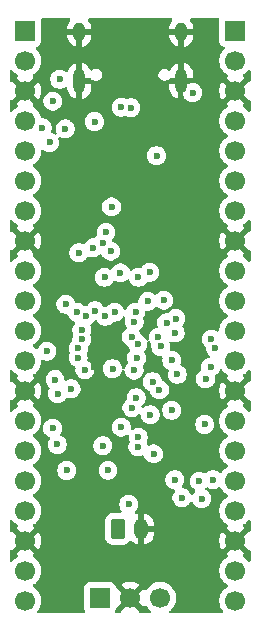
<source format=gbr>
%TF.GenerationSoftware,KiCad,Pcbnew,9.0.6*%
%TF.CreationDate,2026-01-01T23:14:18-05:00*%
%TF.ProjectId,rp2040 better,72703230-3430-4206-9265-747465722e6b,rev?*%
%TF.SameCoordinates,Original*%
%TF.FileFunction,Copper,L3,Inr*%
%TF.FilePolarity,Positive*%
%FSLAX46Y46*%
G04 Gerber Fmt 4.6, Leading zero omitted, Abs format (unit mm)*
G04 Created by KiCad (PCBNEW 9.0.6) date 2026-01-01 23:14:18*
%MOMM*%
%LPD*%
G01*
G04 APERTURE LIST*
G04 Aperture macros list*
%AMRoundRect*
0 Rectangle with rounded corners*
0 $1 Rounding radius*
0 $2 $3 $4 $5 $6 $7 $8 $9 X,Y pos of 4 corners*
0 Add a 4 corners polygon primitive as box body*
4,1,4,$2,$3,$4,$5,$6,$7,$8,$9,$2,$3,0*
0 Add four circle primitives for the rounded corners*
1,1,$1+$1,$2,$3*
1,1,$1+$1,$4,$5*
1,1,$1+$1,$6,$7*
1,1,$1+$1,$8,$9*
0 Add four rect primitives between the rounded corners*
20,1,$1+$1,$2,$3,$4,$5,0*
20,1,$1+$1,$4,$5,$6,$7,0*
20,1,$1+$1,$6,$7,$8,$9,0*
20,1,$1+$1,$8,$9,$2,$3,0*%
G04 Aperture macros list end*
%TA.AperFunction,HeatsinkPad*%
%ADD10O,1.000000X1.600000*%
%TD*%
%TA.AperFunction,HeatsinkPad*%
%ADD11O,1.000000X2.100000*%
%TD*%
%TA.AperFunction,ComponentPad*%
%ADD12C,1.700000*%
%TD*%
%TA.AperFunction,ComponentPad*%
%ADD13R,1.700000X1.700000*%
%TD*%
%TA.AperFunction,ComponentPad*%
%ADD14O,1.200000X1.750000*%
%TD*%
%TA.AperFunction,ComponentPad*%
%ADD15RoundRect,0.250000X-0.350000X-0.625000X0.350000X-0.625000X0.350000X0.625000X-0.350000X0.625000X0*%
%TD*%
%TA.AperFunction,ViaPad*%
%ADD16C,0.600000*%
%TD*%
G04 APERTURE END LIST*
D10*
%TO.N,GND*%
%TO.C,J1*%
X196430000Y-55450000D03*
D11*
X196430000Y-59630000D03*
D10*
X205070000Y-55450000D03*
D11*
X205070000Y-59630000D03*
%TD*%
D12*
%TO.N,GPIO15*%
%TO.C,J3*%
X191860000Y-103630000D03*
%TO.N,GPIO14*%
X191860000Y-101090000D03*
%TO.N,GND*%
X191860000Y-98550000D03*
%TO.N,GPIO13*%
X191860000Y-96010000D03*
%TO.N,GPIO12*%
X191860000Y-93470000D03*
%TO.N,GPIO11*%
X191860000Y-90930000D03*
%TO.N,GPIO10*%
X191860000Y-88390000D03*
%TO.N,GND*%
X191860000Y-85850000D03*
%TO.N,GPIO9*%
X191860000Y-83310000D03*
%TO.N,GPIO8*%
X191860000Y-80770000D03*
%TO.N,GPIO7*%
X191860000Y-78230000D03*
%TO.N,GPIO6*%
X191860000Y-75690000D03*
%TO.N,GND*%
X191860000Y-73150000D03*
%TO.N,GPIO5*%
X191860000Y-70610000D03*
%TO.N,GPIO4*%
X191860000Y-68070000D03*
%TO.N,GPIO3*%
X191860000Y-65530000D03*
%TO.N,GPIO2*%
X191860000Y-62990000D03*
%TO.N,GND*%
X191860000Y-60450000D03*
%TO.N,GPIO1*%
X191860000Y-57910000D03*
D13*
%TO.N,GPIO0*%
X191860000Y-55370000D03*
%TD*%
D12*
%TO.N,GPIO16*%
%TO.C,J4*%
X209640000Y-103630000D03*
%TO.N,GPIO17*%
X209640000Y-101090000D03*
%TO.N,GND*%
X209640000Y-98550000D03*
%TO.N,GPIO18*%
X209640000Y-96010000D03*
%TO.N,GPIO19*%
X209640000Y-93470000D03*
%TO.N,GPIO20*%
X209640000Y-90930000D03*
%TO.N,GPIO21*%
X209640000Y-88390000D03*
%TO.N,GND*%
X209640000Y-85850000D03*
%TO.N,GPIO22*%
X209640000Y-83310000D03*
%TO.N,RUN*%
X209640000Y-80770000D03*
%TO.N,GPIO23*%
X209640000Y-78230000D03*
%TO.N,GPIO24*%
X209640000Y-75690000D03*
%TO.N,GND*%
X209640000Y-73150000D03*
%TO.N,GPIO26_ADC0*%
X209640000Y-70610000D03*
%TO.N,GPIO27_ADC1*%
X209640000Y-68070000D03*
%TO.N,+3V3*%
X209640000Y-65530000D03*
%TO.N,GPIO28_ADC2*%
X209640000Y-62990000D03*
%TO.N,GND*%
X209640000Y-60450000D03*
%TO.N,GPIO29_ADC3*%
X209640000Y-57910000D03*
D13*
%TO.N,VBUS*%
X209640000Y-55370000D03*
%TD*%
D14*
%TO.N,GND*%
%TO.C,J2*%
X201700000Y-97550000D03*
D15*
%TO.N,Net-(J2-Pin_1)*%
X199700000Y-97550000D03*
%TD*%
D12*
%TO.N,SWD*%
%TO.C,J5*%
X203290000Y-103390000D03*
%TO.N,GND*%
X200750000Y-103390000D03*
D13*
%TO.N,SWCLK*%
X198210000Y-103390000D03*
%TD*%
D16*
%TO.N,+3V3*%
X204745050Y-84453166D03*
X200894966Y-87275000D03*
%TO.N,GPIO23*%
X206800000Y-94975000D03*
X205125000Y-94900000D03*
%TO.N,+1V1*%
X199250000Y-83975000D03*
X198637500Y-79537500D03*
%TO.N,GND*%
X194553999Y-87936637D03*
X196451336Y-89700000D03*
X206050000Y-72750000D03*
X206100000Y-87325000D03*
X207275000Y-91525000D03*
X194250000Y-62425000D03*
X197800000Y-70094000D03*
X195575000Y-76225000D03*
X207000000Y-66025000D03*
X195825000Y-97100000D03*
X201396860Y-63525000D03*
X197700000Y-83875000D03*
X207424091Y-77225000D03*
X202300000Y-92175000D03*
%TO.N,+3V3*%
X195300000Y-78525000D03*
X203600000Y-78175000D03*
X199425000Y-79199000D03*
X193701473Y-82500000D03*
X199167618Y-70283854D03*
X198868153Y-92580929D03*
X198700000Y-72450000D03*
%TO.N,+1V1*%
X202250000Y-78275000D03*
X201199265Y-79200735D03*
%TO.N,BAT_OUT*%
X202456015Y-87881015D03*
X202976057Y-65950000D03*
%TO.N,Net-(J2-Pin_1)*%
X207050000Y-88700000D03*
X200625000Y-95475000D03*
%TO.N,VBUS*%
X204258871Y-87500000D03*
X206575000Y-93500000D03*
X204257871Y-83278859D03*
X201439281Y-89800869D03*
X206025000Y-60600000D03*
%TO.N,USB_D+*%
X198575000Y-76250000D03*
X199997286Y-61849535D03*
%TO.N,USB_D-*%
X201450000Y-76250000D03*
X200796860Y-61875716D03*
%TO.N,GPIO13*%
X196340823Y-83040514D03*
X194383949Y-84900000D03*
%TO.N,GPIO12*%
X195741600Y-85679696D03*
%TO.N,GPIO2*%
X197002826Y-79508993D03*
%TO.N,GPIO5*%
X196366080Y-82240911D03*
X197726000Y-63057776D03*
X194775000Y-59475000D03*
X194200000Y-61325000D03*
X195375000Y-92600000D03*
X193918000Y-64825000D03*
%TO.N,GPIO3*%
X196662501Y-80697848D03*
%TO.N,GPIO15*%
X194574000Y-90400000D03*
X194600000Y-86101000D03*
%TO.N,GPIO1*%
X196258912Y-79214722D03*
%TO.N,GPIO4*%
X196662498Y-81497850D03*
X193296765Y-63578235D03*
X195250735Y-63675735D03*
X198425000Y-90500000D03*
%TO.N,GPIO14*%
X196911764Y-84088236D03*
X194173000Y-89015430D03*
%TO.N,RUN*%
X207125000Y-84850000D03*
X201263000Y-86436000D03*
%TO.N,GPIO26_ADC0*%
X204560000Y-80935776D03*
%TO.N,GPIO27_ADC1*%
X203825000Y-80100000D03*
%TO.N,GPIO29_ADC3*%
X204617539Y-79733640D03*
%TO.N,GPIO24*%
X203126490Y-81325020D03*
X207548000Y-83850000D03*
X207625000Y-81468988D03*
X207756000Y-93375000D03*
%TO.N,GPIO28_ADC2*%
X201092073Y-79993523D03*
X198425000Y-73300000D03*
%TO.N,GPIO18*%
X202636765Y-85088235D03*
X201402000Y-90600000D03*
%TO.N,GPIO22*%
X207950000Y-82200000D03*
X203325000Y-82100000D03*
%TO.N,GPIO23*%
X204530000Y-93380000D03*
X201386169Y-81898586D03*
%TO.N,SWCLK*%
X201282500Y-83062794D03*
X200000000Y-88925000D03*
%TO.N,SWD*%
X203226000Y-85775000D03*
X201075000Y-84100000D03*
%TO.N,QSPI_SCLK*%
X199925000Y-75875000D03*
X197759014Y-79077982D03*
%TO.N,PG*%
X202725000Y-91200000D03*
X200862502Y-81293795D03*
%TO.N,QSPI_SD0*%
X202400000Y-75825000D03*
X199100764Y-74025764D03*
%TO.N,QSPI_SD2*%
X196400000Y-74175000D03*
X197600000Y-73750000D03*
%TD*%
%TA.AperFunction,Conductor*%
%TO.N,GND*%
G36*
X195632962Y-54320185D02*
G01*
X195678717Y-54372989D01*
X195688661Y-54442147D01*
X195659636Y-54505703D01*
X195653604Y-54512181D01*
X195653251Y-54512533D01*
X195653248Y-54512537D01*
X195543814Y-54676315D01*
X195543807Y-54676328D01*
X195468430Y-54858306D01*
X195468427Y-54858318D01*
X195430000Y-55051504D01*
X195430000Y-55200000D01*
X196130000Y-55200000D01*
X196130000Y-55700000D01*
X195430000Y-55700000D01*
X195430000Y-55848495D01*
X195468427Y-56041681D01*
X195468430Y-56041693D01*
X195543807Y-56223671D01*
X195543814Y-56223684D01*
X195653248Y-56387462D01*
X195653251Y-56387466D01*
X195792533Y-56526748D01*
X195792537Y-56526751D01*
X195956315Y-56636185D01*
X195956328Y-56636192D01*
X196138308Y-56711569D01*
X196180000Y-56719862D01*
X196180000Y-55916988D01*
X196189940Y-55934205D01*
X196245795Y-55990060D01*
X196314204Y-56029556D01*
X196390504Y-56050000D01*
X196469496Y-56050000D01*
X196545796Y-56029556D01*
X196614205Y-55990060D01*
X196670060Y-55934205D01*
X196680000Y-55916988D01*
X196680000Y-56719862D01*
X196721690Y-56711569D01*
X196721692Y-56711569D01*
X196903671Y-56636192D01*
X196903684Y-56636185D01*
X197067462Y-56526751D01*
X197067466Y-56526748D01*
X197206748Y-56387466D01*
X197206751Y-56387462D01*
X197316185Y-56223684D01*
X197316192Y-56223671D01*
X197391569Y-56041693D01*
X197391572Y-56041681D01*
X197429999Y-55848495D01*
X197430000Y-55848492D01*
X197430000Y-55700000D01*
X196730000Y-55700000D01*
X196730000Y-55200000D01*
X197430000Y-55200000D01*
X197430000Y-55051508D01*
X197429999Y-55051504D01*
X197391572Y-54858318D01*
X197391569Y-54858306D01*
X197316192Y-54676328D01*
X197316185Y-54676315D01*
X197206751Y-54512537D01*
X197206748Y-54512533D01*
X197206396Y-54512181D01*
X197206270Y-54511950D01*
X197202886Y-54507827D01*
X197203668Y-54507185D01*
X197172911Y-54450858D01*
X197177895Y-54381166D01*
X197219767Y-54325233D01*
X197285231Y-54300816D01*
X197294077Y-54300500D01*
X204205923Y-54300500D01*
X204272962Y-54320185D01*
X204318717Y-54372989D01*
X204328661Y-54442147D01*
X204299636Y-54505703D01*
X204293604Y-54512181D01*
X204293251Y-54512533D01*
X204293248Y-54512537D01*
X204183814Y-54676315D01*
X204183807Y-54676328D01*
X204108430Y-54858306D01*
X204108427Y-54858318D01*
X204070000Y-55051504D01*
X204070000Y-55200000D01*
X204770000Y-55200000D01*
X204770000Y-55700000D01*
X204070000Y-55700000D01*
X204070000Y-55848495D01*
X204108427Y-56041681D01*
X204108430Y-56041693D01*
X204183807Y-56223671D01*
X204183814Y-56223684D01*
X204293248Y-56387462D01*
X204293251Y-56387466D01*
X204432533Y-56526748D01*
X204432537Y-56526751D01*
X204596315Y-56636185D01*
X204596328Y-56636192D01*
X204778308Y-56711569D01*
X204820000Y-56719862D01*
X204820000Y-55916988D01*
X204829940Y-55934205D01*
X204885795Y-55990060D01*
X204954204Y-56029556D01*
X205030504Y-56050000D01*
X205109496Y-56050000D01*
X205185796Y-56029556D01*
X205254205Y-55990060D01*
X205310060Y-55934205D01*
X205320000Y-55916988D01*
X205320000Y-56719862D01*
X205361690Y-56711569D01*
X205361692Y-56711569D01*
X205543671Y-56636192D01*
X205543684Y-56636185D01*
X205707462Y-56526751D01*
X205707466Y-56526748D01*
X205846748Y-56387466D01*
X205846751Y-56387462D01*
X205956185Y-56223684D01*
X205956192Y-56223671D01*
X206031569Y-56041693D01*
X206031572Y-56041681D01*
X206069999Y-55848495D01*
X206070000Y-55848492D01*
X206070000Y-55700000D01*
X205370000Y-55700000D01*
X205370000Y-55200000D01*
X206070000Y-55200000D01*
X206070000Y-55051508D01*
X206069999Y-55051504D01*
X206031572Y-54858318D01*
X206031569Y-54858306D01*
X205956192Y-54676328D01*
X205956185Y-54676315D01*
X205846751Y-54512537D01*
X205846748Y-54512533D01*
X205846396Y-54512181D01*
X205846270Y-54511950D01*
X205842886Y-54507827D01*
X205843668Y-54507185D01*
X205812911Y-54450858D01*
X205817895Y-54381166D01*
X205859767Y-54325233D01*
X205925231Y-54300816D01*
X205934077Y-54300500D01*
X208169906Y-54300500D01*
X208236945Y-54320185D01*
X208282700Y-54372989D01*
X208293195Y-54437752D01*
X208289500Y-54472127D01*
X208289500Y-54472128D01*
X208289500Y-54472132D01*
X208289500Y-56267870D01*
X208289501Y-56267876D01*
X208295908Y-56327483D01*
X208346202Y-56462328D01*
X208346206Y-56462335D01*
X208432452Y-56577544D01*
X208432455Y-56577547D01*
X208547664Y-56663793D01*
X208547671Y-56663797D01*
X208679082Y-56712810D01*
X208735016Y-56754681D01*
X208759433Y-56820145D01*
X208744582Y-56888418D01*
X208723431Y-56916673D01*
X208609889Y-57030215D01*
X208484951Y-57202179D01*
X208388444Y-57391585D01*
X208322753Y-57593760D01*
X208289500Y-57803713D01*
X208289500Y-58016286D01*
X208322753Y-58226239D01*
X208388444Y-58428414D01*
X208484951Y-58617820D01*
X208609890Y-58789786D01*
X208760213Y-58940109D01*
X208932179Y-59065048D01*
X208932181Y-59065049D01*
X208932184Y-59065051D01*
X208941493Y-59069794D01*
X208992290Y-59117766D01*
X209009087Y-59185587D01*
X208986552Y-59251722D01*
X208941505Y-59290760D01*
X208932446Y-59295376D01*
X208932440Y-59295380D01*
X208878282Y-59334727D01*
X208878282Y-59334728D01*
X209510591Y-59967037D01*
X209447007Y-59984075D01*
X209332993Y-60049901D01*
X209239901Y-60142993D01*
X209174075Y-60257007D01*
X209157037Y-60320591D01*
X208524728Y-59688282D01*
X208524727Y-59688282D01*
X208485380Y-59742439D01*
X208388904Y-59931782D01*
X208323242Y-60133869D01*
X208323242Y-60133872D01*
X208290000Y-60343753D01*
X208290000Y-60556246D01*
X208323242Y-60766127D01*
X208323242Y-60766130D01*
X208388904Y-60968217D01*
X208485375Y-61157550D01*
X208524728Y-61211716D01*
X209157037Y-60579408D01*
X209174075Y-60642993D01*
X209239901Y-60757007D01*
X209332993Y-60850099D01*
X209447007Y-60915925D01*
X209510590Y-60932962D01*
X208878282Y-61565269D01*
X208878282Y-61565270D01*
X208932452Y-61604626D01*
X208932451Y-61604626D01*
X208941495Y-61609234D01*
X208992292Y-61657208D01*
X209009087Y-61725029D01*
X208986550Y-61791164D01*
X208941499Y-61830202D01*
X208932182Y-61834949D01*
X208760213Y-61959890D01*
X208609890Y-62110213D01*
X208484951Y-62282179D01*
X208388444Y-62471585D01*
X208322753Y-62673760D01*
X208291855Y-62868844D01*
X208289500Y-62883713D01*
X208289500Y-63096287D01*
X208299534Y-63159644D01*
X208321220Y-63296562D01*
X208322754Y-63306243D01*
X208335260Y-63344733D01*
X208388444Y-63508414D01*
X208484951Y-63697820D01*
X208609890Y-63869786D01*
X208760213Y-64020109D01*
X208932182Y-64145050D01*
X208940946Y-64149516D01*
X208991742Y-64197491D01*
X209008536Y-64265312D01*
X208985998Y-64331447D01*
X208940946Y-64370484D01*
X208932182Y-64374949D01*
X208760213Y-64499890D01*
X208609890Y-64650213D01*
X208484951Y-64822179D01*
X208388444Y-65011585D01*
X208322753Y-65213760D01*
X208289500Y-65423713D01*
X208289500Y-65636286D01*
X208322663Y-65845673D01*
X208322754Y-65846243D01*
X208382084Y-66028842D01*
X208388444Y-66048414D01*
X208484951Y-66237820D01*
X208609890Y-66409786D01*
X208760213Y-66560109D01*
X208932182Y-66685050D01*
X208940946Y-66689516D01*
X208991742Y-66737491D01*
X209008536Y-66805312D01*
X208985998Y-66871447D01*
X208940946Y-66910484D01*
X208932182Y-66914949D01*
X208760213Y-67039890D01*
X208609890Y-67190213D01*
X208484951Y-67362179D01*
X208388444Y-67551585D01*
X208322753Y-67753760D01*
X208289500Y-67963713D01*
X208289500Y-68176286D01*
X208322753Y-68386239D01*
X208388444Y-68588414D01*
X208484951Y-68777820D01*
X208609890Y-68949786D01*
X208760213Y-69100109D01*
X208932182Y-69225050D01*
X208940946Y-69229516D01*
X208991742Y-69277491D01*
X209008536Y-69345312D01*
X208985998Y-69411447D01*
X208940946Y-69450484D01*
X208932182Y-69454949D01*
X208760213Y-69579890D01*
X208609890Y-69730213D01*
X208484951Y-69902179D01*
X208388444Y-70091585D01*
X208322753Y-70293760D01*
X208289500Y-70503713D01*
X208289500Y-70716286D01*
X208319490Y-70905640D01*
X208322754Y-70926243D01*
X208374127Y-71084353D01*
X208388444Y-71128414D01*
X208484951Y-71317820D01*
X208609890Y-71489786D01*
X208760213Y-71640109D01*
X208932179Y-71765048D01*
X208932181Y-71765049D01*
X208932184Y-71765051D01*
X208941493Y-71769794D01*
X208992290Y-71817766D01*
X209009087Y-71885587D01*
X208986552Y-71951722D01*
X208941505Y-71990760D01*
X208932446Y-71995376D01*
X208932440Y-71995380D01*
X208878282Y-72034727D01*
X208878282Y-72034728D01*
X209510591Y-72667037D01*
X209447007Y-72684075D01*
X209332993Y-72749901D01*
X209239901Y-72842993D01*
X209174075Y-72957007D01*
X209157037Y-73020591D01*
X208524728Y-72388282D01*
X208524727Y-72388282D01*
X208485380Y-72442439D01*
X208388904Y-72631782D01*
X208323242Y-72833869D01*
X208323242Y-72833872D01*
X208290000Y-73043753D01*
X208290000Y-73256246D01*
X208323242Y-73466127D01*
X208323242Y-73466130D01*
X208388904Y-73668217D01*
X208485375Y-73857550D01*
X208524728Y-73911716D01*
X209157037Y-73279408D01*
X209174075Y-73342993D01*
X209239901Y-73457007D01*
X209332993Y-73550099D01*
X209447007Y-73615925D01*
X209510590Y-73632962D01*
X208878282Y-74265269D01*
X208878282Y-74265270D01*
X208932452Y-74304626D01*
X208932451Y-74304626D01*
X208941495Y-74309234D01*
X208992292Y-74357208D01*
X209009087Y-74425029D01*
X208986550Y-74491164D01*
X208941499Y-74530202D01*
X208932182Y-74534949D01*
X208760213Y-74659890D01*
X208609890Y-74810213D01*
X208484951Y-74982179D01*
X208388444Y-75171585D01*
X208322753Y-75373760D01*
X208296327Y-75540609D01*
X208289500Y-75583713D01*
X208289500Y-75796287D01*
X208322754Y-76006243D01*
X208387065Y-76204172D01*
X208388444Y-76208414D01*
X208484951Y-76397820D01*
X208609890Y-76569786D01*
X208760213Y-76720109D01*
X208932182Y-76845050D01*
X208940946Y-76849516D01*
X208991742Y-76897491D01*
X209008536Y-76965312D01*
X208985998Y-77031447D01*
X208940946Y-77070484D01*
X208932182Y-77074949D01*
X208760213Y-77199890D01*
X208609890Y-77350213D01*
X208484951Y-77522179D01*
X208388444Y-77711585D01*
X208322753Y-77913760D01*
X208302521Y-78041503D01*
X208289500Y-78123713D01*
X208289500Y-78336287D01*
X208298726Y-78394537D01*
X208322753Y-78546239D01*
X208322753Y-78546241D01*
X208322754Y-78546243D01*
X208386482Y-78742378D01*
X208388444Y-78748414D01*
X208484951Y-78937820D01*
X208609890Y-79109786D01*
X208760213Y-79260109D01*
X208932182Y-79385050D01*
X208940946Y-79389516D01*
X208991742Y-79437491D01*
X209008536Y-79505312D01*
X208985998Y-79571447D01*
X208940946Y-79610484D01*
X208932182Y-79614949D01*
X208760213Y-79739890D01*
X208609890Y-79890213D01*
X208484951Y-80062179D01*
X208388444Y-80251585D01*
X208322753Y-80453760D01*
X208289500Y-80663713D01*
X208289500Y-80718251D01*
X208269815Y-80785290D01*
X208217011Y-80831045D01*
X208147853Y-80840989D01*
X208096609Y-80821353D01*
X208004185Y-80759597D01*
X208004172Y-80759590D01*
X207858501Y-80699252D01*
X207858489Y-80699249D01*
X207703845Y-80668488D01*
X207703842Y-80668488D01*
X207546158Y-80668488D01*
X207546155Y-80668488D01*
X207391510Y-80699249D01*
X207391498Y-80699252D01*
X207245827Y-80759590D01*
X207245814Y-80759597D01*
X207114711Y-80847198D01*
X207114707Y-80847201D01*
X207003213Y-80958695D01*
X207003210Y-80958699D01*
X206915609Y-81089802D01*
X206915602Y-81089815D01*
X206855264Y-81235486D01*
X206855261Y-81235498D01*
X206824500Y-81390141D01*
X206824500Y-81547834D01*
X206855261Y-81702477D01*
X206855264Y-81702489D01*
X206915602Y-81848160D01*
X206915609Y-81848173D01*
X207003210Y-81979276D01*
X207003213Y-81979280D01*
X207113181Y-82089248D01*
X207146666Y-82150571D01*
X207149500Y-82176929D01*
X207149500Y-82278846D01*
X207180261Y-82433489D01*
X207180264Y-82433501D01*
X207240602Y-82579172D01*
X207240609Y-82579185D01*
X207328210Y-82710288D01*
X207328213Y-82710292D01*
X207439707Y-82821786D01*
X207439711Y-82821789D01*
X207460169Y-82835459D01*
X207504974Y-82889071D01*
X207513681Y-82958396D01*
X207483526Y-83021424D01*
X207424083Y-83058143D01*
X207415470Y-83060178D01*
X207314508Y-83080261D01*
X207314498Y-83080264D01*
X207168827Y-83140602D01*
X207168814Y-83140609D01*
X207037711Y-83228210D01*
X207037707Y-83228213D01*
X206926213Y-83339707D01*
X206926210Y-83339711D01*
X206838609Y-83470814D01*
X206838602Y-83470827D01*
X206778264Y-83616498D01*
X206778261Y-83616510D01*
X206747500Y-83771153D01*
X206747500Y-83928846D01*
X206768319Y-84033510D01*
X206762092Y-84103101D01*
X206719229Y-84158279D01*
X206715593Y-84160803D01*
X206614711Y-84228210D01*
X206614707Y-84228213D01*
X206503213Y-84339707D01*
X206503210Y-84339711D01*
X206415609Y-84470814D01*
X206415602Y-84470827D01*
X206355264Y-84616498D01*
X206355261Y-84616510D01*
X206324500Y-84771153D01*
X206324500Y-84928846D01*
X206355261Y-85083489D01*
X206355264Y-85083501D01*
X206415602Y-85229172D01*
X206415609Y-85229185D01*
X206503210Y-85360288D01*
X206503213Y-85360292D01*
X206614707Y-85471786D01*
X206614711Y-85471789D01*
X206745814Y-85559390D01*
X206745827Y-85559397D01*
X206845915Y-85600854D01*
X206891503Y-85619737D01*
X207020529Y-85645402D01*
X207046153Y-85650499D01*
X207046156Y-85650500D01*
X207046158Y-85650500D01*
X207203844Y-85650500D01*
X207203845Y-85650499D01*
X207358497Y-85619737D01*
X207504179Y-85559394D01*
X207635289Y-85471789D01*
X207746789Y-85360289D01*
X207834394Y-85229179D01*
X207894737Y-85083497D01*
X207925500Y-84928842D01*
X207925500Y-84771158D01*
X207925500Y-84771155D01*
X207904680Y-84666490D01*
X207910907Y-84596898D01*
X207953770Y-84541721D01*
X207957358Y-84539228D01*
X208058289Y-84471789D01*
X208169789Y-84360289D01*
X208257394Y-84229179D01*
X208311048Y-84099644D01*
X208354886Y-84045246D01*
X208421180Y-84023180D01*
X208488879Y-84040459D01*
X208525925Y-84074216D01*
X208609890Y-84189786D01*
X208760213Y-84340109D01*
X208932179Y-84465048D01*
X208932181Y-84465049D01*
X208932184Y-84465051D01*
X208941493Y-84469794D01*
X208992290Y-84517766D01*
X209009087Y-84585587D01*
X208986552Y-84651722D01*
X208941505Y-84690760D01*
X208932446Y-84695376D01*
X208932440Y-84695380D01*
X208878282Y-84734727D01*
X208878282Y-84734728D01*
X209510591Y-85367037D01*
X209447007Y-85384075D01*
X209332993Y-85449901D01*
X209239901Y-85542993D01*
X209174075Y-85657007D01*
X209157037Y-85720591D01*
X208524728Y-85088282D01*
X208524727Y-85088282D01*
X208485380Y-85142439D01*
X208388904Y-85331782D01*
X208323242Y-85533869D01*
X208323242Y-85533872D01*
X208290000Y-85743753D01*
X208290000Y-85956246D01*
X208323242Y-86166127D01*
X208323242Y-86166130D01*
X208388904Y-86368217D01*
X208485375Y-86557550D01*
X208524728Y-86611716D01*
X209157037Y-85979408D01*
X209174075Y-86042993D01*
X209239901Y-86157007D01*
X209332993Y-86250099D01*
X209447007Y-86315925D01*
X209510590Y-86332962D01*
X208878282Y-86965269D01*
X208878282Y-86965270D01*
X208932452Y-87004626D01*
X208932451Y-87004626D01*
X208941495Y-87009234D01*
X208992292Y-87057208D01*
X209009087Y-87125029D01*
X208986550Y-87191164D01*
X208941499Y-87230202D01*
X208932182Y-87234949D01*
X208760213Y-87359890D01*
X208609890Y-87510213D01*
X208484951Y-87682179D01*
X208388444Y-87871585D01*
X208322753Y-88073760D01*
X208300394Y-88214930D01*
X208289500Y-88283713D01*
X208289500Y-88496287D01*
X208297346Y-88545827D01*
X208320420Y-88691510D01*
X208322754Y-88706243D01*
X208368215Y-88846158D01*
X208388444Y-88908414D01*
X208484951Y-89097820D01*
X208609890Y-89269786D01*
X208760213Y-89420109D01*
X208932182Y-89545050D01*
X208940946Y-89549516D01*
X208991742Y-89597491D01*
X209008536Y-89665312D01*
X208985998Y-89731447D01*
X208940946Y-89770484D01*
X208932182Y-89774949D01*
X208760213Y-89899890D01*
X208609890Y-90050213D01*
X208484951Y-90222179D01*
X208388444Y-90411585D01*
X208388443Y-90411587D01*
X208388443Y-90411588D01*
X208385334Y-90421158D01*
X208322753Y-90613760D01*
X208289500Y-90823713D01*
X208289500Y-91036286D01*
X208316917Y-91209394D01*
X208322754Y-91246243D01*
X208383595Y-91433492D01*
X208388444Y-91448414D01*
X208484951Y-91637820D01*
X208609890Y-91809786D01*
X208760213Y-91960109D01*
X208932182Y-92085050D01*
X208940946Y-92089516D01*
X208991742Y-92137491D01*
X209008536Y-92205312D01*
X208985998Y-92271447D01*
X208940946Y-92310484D01*
X208932182Y-92314949D01*
X208760213Y-92439890D01*
X208609890Y-92590213D01*
X208482085Y-92766125D01*
X208480286Y-92764818D01*
X208434853Y-92805339D01*
X208365844Y-92816271D01*
X208301879Y-92788157D01*
X208294053Y-92780974D01*
X208266292Y-92753213D01*
X208266288Y-92753210D01*
X208135185Y-92665609D01*
X208135172Y-92665602D01*
X207989501Y-92605264D01*
X207989489Y-92605261D01*
X207834845Y-92574500D01*
X207834842Y-92574500D01*
X207677158Y-92574500D01*
X207677155Y-92574500D01*
X207522510Y-92605261D01*
X207522498Y-92605264D01*
X207376827Y-92665602D01*
X207376814Y-92665609D01*
X207245711Y-92753210D01*
X207178480Y-92820441D01*
X207117156Y-92853925D01*
X207047465Y-92848940D01*
X207021908Y-92835861D01*
X206954184Y-92790609D01*
X206954172Y-92790602D01*
X206808501Y-92730264D01*
X206808489Y-92730261D01*
X206653845Y-92699500D01*
X206653842Y-92699500D01*
X206496158Y-92699500D01*
X206496155Y-92699500D01*
X206341510Y-92730261D01*
X206341498Y-92730264D01*
X206195827Y-92790602D01*
X206195814Y-92790609D01*
X206064711Y-92878210D01*
X206064707Y-92878213D01*
X205953213Y-92989707D01*
X205953210Y-92989711D01*
X205865609Y-93120814D01*
X205865602Y-93120827D01*
X205805264Y-93266498D01*
X205805261Y-93266510D01*
X205774500Y-93421153D01*
X205774500Y-93578846D01*
X205805261Y-93733489D01*
X205805264Y-93733501D01*
X205865602Y-93879172D01*
X205865609Y-93879185D01*
X205953210Y-94010288D01*
X205953213Y-94010292D01*
X206064707Y-94121786D01*
X206064711Y-94121789D01*
X206195814Y-94209390D01*
X206201191Y-94212264D01*
X206200150Y-94214210D01*
X206246836Y-94251812D01*
X206268919Y-94318100D01*
X206251658Y-94385804D01*
X206232681Y-94410239D01*
X206178214Y-94464706D01*
X206178210Y-94464711D01*
X206090609Y-94595814D01*
X206087736Y-94601191D01*
X206085424Y-94599955D01*
X206048644Y-94645499D01*
X205982326Y-94667494D01*
X205914645Y-94650142D01*
X205867089Y-94598955D01*
X205863478Y-94591036D01*
X205834394Y-94520821D01*
X205834390Y-94520814D01*
X205746789Y-94389711D01*
X205746786Y-94389707D01*
X205635292Y-94278213D01*
X205635288Y-94278210D01*
X205504185Y-94190609D01*
X205504172Y-94190602D01*
X205358501Y-94130264D01*
X205358491Y-94130261D01*
X205213454Y-94101411D01*
X205151543Y-94069026D01*
X205116969Y-94008310D01*
X205120710Y-93938540D01*
X205148072Y-93895120D01*
X205147924Y-93894999D01*
X205148892Y-93893818D01*
X205149972Y-93892106D01*
X205151789Y-93890289D01*
X205239394Y-93759179D01*
X205299737Y-93613497D01*
X205330500Y-93458842D01*
X205330500Y-93301158D01*
X205330500Y-93301155D01*
X205330499Y-93301153D01*
X205310918Y-93202715D01*
X205299737Y-93146503D01*
X205284737Y-93110289D01*
X205239397Y-93000827D01*
X205239390Y-93000814D01*
X205151789Y-92869711D01*
X205151786Y-92869707D01*
X205040292Y-92758213D01*
X205040288Y-92758210D01*
X204909185Y-92670609D01*
X204909172Y-92670602D01*
X204763501Y-92610264D01*
X204763489Y-92610261D01*
X204608845Y-92579500D01*
X204608842Y-92579500D01*
X204451158Y-92579500D01*
X204451155Y-92579500D01*
X204296510Y-92610261D01*
X204296498Y-92610264D01*
X204150827Y-92670602D01*
X204150814Y-92670609D01*
X204019711Y-92758210D01*
X204019707Y-92758213D01*
X203908213Y-92869707D01*
X203908210Y-92869711D01*
X203820609Y-93000814D01*
X203820602Y-93000827D01*
X203760264Y-93146498D01*
X203760261Y-93146510D01*
X203729500Y-93301153D01*
X203729500Y-93458846D01*
X203760261Y-93613489D01*
X203760264Y-93613501D01*
X203820602Y-93759172D01*
X203820609Y-93759185D01*
X203908210Y-93890288D01*
X203908213Y-93890292D01*
X204019707Y-94001786D01*
X204019711Y-94001789D01*
X204150814Y-94089390D01*
X204150827Y-94089397D01*
X204284427Y-94144735D01*
X204296503Y-94149737D01*
X204372511Y-94164856D01*
X204441544Y-94178588D01*
X204503455Y-94210973D01*
X204538029Y-94271688D01*
X204534290Y-94341458D01*
X204506929Y-94384881D01*
X204507076Y-94385001D01*
X204506121Y-94386163D01*
X204505041Y-94387879D01*
X204503217Y-94389703D01*
X204503210Y-94389711D01*
X204415609Y-94520814D01*
X204415602Y-94520827D01*
X204355264Y-94666498D01*
X204355261Y-94666510D01*
X204324500Y-94821153D01*
X204324500Y-94978846D01*
X204355261Y-95133489D01*
X204355264Y-95133501D01*
X204415602Y-95279172D01*
X204415609Y-95279185D01*
X204503210Y-95410288D01*
X204503213Y-95410292D01*
X204614707Y-95521786D01*
X204614711Y-95521789D01*
X204745814Y-95609390D01*
X204745827Y-95609397D01*
X204891498Y-95669735D01*
X204891503Y-95669737D01*
X205012259Y-95693757D01*
X205046153Y-95700499D01*
X205046156Y-95700500D01*
X205046158Y-95700500D01*
X205203844Y-95700500D01*
X205203845Y-95700499D01*
X205358497Y-95669737D01*
X205504179Y-95609394D01*
X205635289Y-95521789D01*
X205746789Y-95410289D01*
X205834394Y-95279179D01*
X205834396Y-95279172D01*
X205837264Y-95273809D01*
X205839604Y-95275059D01*
X205876207Y-95229603D01*
X205942492Y-95207512D01*
X206010198Y-95224764D01*
X206057829Y-95275883D01*
X206061528Y-95283979D01*
X206090602Y-95354172D01*
X206090609Y-95354185D01*
X206178210Y-95485288D01*
X206178213Y-95485292D01*
X206289707Y-95596786D01*
X206289711Y-95596789D01*
X206420814Y-95684390D01*
X206420827Y-95684397D01*
X206566498Y-95744735D01*
X206566503Y-95744737D01*
X206721153Y-95775499D01*
X206721156Y-95775500D01*
X206721158Y-95775500D01*
X206878844Y-95775500D01*
X206878845Y-95775499D01*
X207033497Y-95744737D01*
X207179179Y-95684394D01*
X207310289Y-95596789D01*
X207421789Y-95485289D01*
X207509394Y-95354179D01*
X207569737Y-95208497D01*
X207600500Y-95053842D01*
X207600500Y-94896158D01*
X207600500Y-94896155D01*
X207600499Y-94896153D01*
X207583650Y-94811447D01*
X207569737Y-94741503D01*
X207569735Y-94741498D01*
X207509397Y-94595827D01*
X207509390Y-94595814D01*
X207421789Y-94464711D01*
X207421786Y-94464707D01*
X207310292Y-94353213D01*
X207310288Y-94353210D01*
X207179185Y-94265609D01*
X207173809Y-94262736D01*
X207174847Y-94260793D01*
X207128147Y-94223165D01*
X207106079Y-94156872D01*
X207123355Y-94089171D01*
X207142310Y-94064767D01*
X207152517Y-94054560D01*
X207213835Y-94021075D01*
X207283527Y-94026056D01*
X207309090Y-94039138D01*
X207376814Y-94084390D01*
X207376827Y-94084397D01*
X207522498Y-94144735D01*
X207522503Y-94144737D01*
X207677153Y-94175499D01*
X207677156Y-94175500D01*
X207677158Y-94175500D01*
X207834844Y-94175500D01*
X207834845Y-94175499D01*
X207989497Y-94144737D01*
X208123108Y-94089394D01*
X208135172Y-94084397D01*
X208135172Y-94084396D01*
X208135179Y-94084394D01*
X208244576Y-94011296D01*
X208311253Y-93990419D01*
X208378633Y-94008903D01*
X208423952Y-94058104D01*
X208456400Y-94121786D01*
X208483768Y-94175499D01*
X208484951Y-94177819D01*
X208609890Y-94349786D01*
X208760213Y-94500109D01*
X208932182Y-94625050D01*
X208940946Y-94629516D01*
X208991742Y-94677491D01*
X209008536Y-94745312D01*
X208985998Y-94811447D01*
X208940946Y-94850484D01*
X208932182Y-94854949D01*
X208760213Y-94979890D01*
X208609890Y-95130213D01*
X208484951Y-95302179D01*
X208388444Y-95491585D01*
X208322753Y-95693760D01*
X208289500Y-95903713D01*
X208289500Y-96116286D01*
X208309844Y-96244737D01*
X208322754Y-96326243D01*
X208324718Y-96332289D01*
X208388444Y-96528414D01*
X208484951Y-96717820D01*
X208609890Y-96889786D01*
X208760213Y-97040109D01*
X208932179Y-97165048D01*
X208932181Y-97165049D01*
X208932184Y-97165051D01*
X208941493Y-97169794D01*
X208992290Y-97217766D01*
X209009087Y-97285587D01*
X208986552Y-97351722D01*
X208941505Y-97390760D01*
X208932446Y-97395376D01*
X208932440Y-97395380D01*
X208878282Y-97434727D01*
X208878282Y-97434728D01*
X209510591Y-98067037D01*
X209447007Y-98084075D01*
X209332993Y-98149901D01*
X209239901Y-98242993D01*
X209174075Y-98357007D01*
X209157037Y-98420591D01*
X208524728Y-97788282D01*
X208524727Y-97788282D01*
X208485380Y-97842439D01*
X208388904Y-98031782D01*
X208323242Y-98233869D01*
X208323242Y-98233872D01*
X208290000Y-98443753D01*
X208290000Y-98656246D01*
X208323242Y-98866127D01*
X208323242Y-98866130D01*
X208388904Y-99068217D01*
X208485375Y-99257550D01*
X208524728Y-99311716D01*
X209157037Y-98679408D01*
X209174075Y-98742993D01*
X209239901Y-98857007D01*
X209332993Y-98950099D01*
X209447007Y-99015925D01*
X209510590Y-99032962D01*
X208878282Y-99665269D01*
X208878282Y-99665270D01*
X208932452Y-99704626D01*
X208932451Y-99704626D01*
X208941495Y-99709234D01*
X208992292Y-99757208D01*
X209009087Y-99825029D01*
X208986550Y-99891164D01*
X208941499Y-99930202D01*
X208932182Y-99934949D01*
X208760213Y-100059890D01*
X208609890Y-100210213D01*
X208484951Y-100382179D01*
X208388444Y-100571585D01*
X208322753Y-100773760D01*
X208289500Y-100983713D01*
X208289500Y-101196286D01*
X208322753Y-101406239D01*
X208388444Y-101608414D01*
X208484951Y-101797820D01*
X208609890Y-101969786D01*
X208760213Y-102120109D01*
X208932182Y-102245050D01*
X208940946Y-102249516D01*
X208991742Y-102297491D01*
X209008536Y-102365312D01*
X208985998Y-102431447D01*
X208940946Y-102470484D01*
X208932182Y-102474949D01*
X208760213Y-102599890D01*
X208609890Y-102750213D01*
X208484951Y-102922179D01*
X208388444Y-103111585D01*
X208322753Y-103313760D01*
X208321104Y-103324174D01*
X208289500Y-103523713D01*
X208289500Y-103736287D01*
X208322754Y-103946243D01*
X208388443Y-104148412D01*
X208459503Y-104287876D01*
X208484951Y-104337819D01*
X208604681Y-104502615D01*
X208628161Y-104568421D01*
X208612335Y-104636475D01*
X208562229Y-104685170D01*
X208504363Y-104699500D01*
X204166869Y-104699500D01*
X204099830Y-104679815D01*
X204054075Y-104627011D01*
X204044131Y-104557853D01*
X204073156Y-104494297D01*
X204093984Y-104475181D01*
X204169792Y-104420104D01*
X204320104Y-104269792D01*
X204320106Y-104269788D01*
X204320109Y-104269786D01*
X204445048Y-104097820D01*
X204445050Y-104097817D01*
X204445051Y-104097816D01*
X204541557Y-103908412D01*
X204607246Y-103706243D01*
X204640500Y-103496287D01*
X204640500Y-103283713D01*
X204607246Y-103073757D01*
X204541557Y-102871588D01*
X204445051Y-102682184D01*
X204445049Y-102682181D01*
X204445048Y-102682179D01*
X204320109Y-102510213D01*
X204169786Y-102359890D01*
X203997820Y-102234951D01*
X203808414Y-102138444D01*
X203808413Y-102138443D01*
X203808412Y-102138443D01*
X203606243Y-102072754D01*
X203606241Y-102072753D01*
X203606240Y-102072753D01*
X203444957Y-102047208D01*
X203396287Y-102039500D01*
X203183713Y-102039500D01*
X203135042Y-102047208D01*
X202973760Y-102072753D01*
X202771585Y-102138444D01*
X202582179Y-102234951D01*
X202410213Y-102359890D01*
X202259890Y-102510213D01*
X202134949Y-102682182D01*
X202130202Y-102691499D01*
X202082227Y-102742293D01*
X202014405Y-102759087D01*
X201948271Y-102736548D01*
X201909234Y-102691495D01*
X201904626Y-102682452D01*
X201865270Y-102628282D01*
X201865269Y-102628282D01*
X201232962Y-103260590D01*
X201215925Y-103197007D01*
X201150099Y-103082993D01*
X201057007Y-102989901D01*
X200942993Y-102924075D01*
X200879409Y-102907037D01*
X201511716Y-102274728D01*
X201457550Y-102235375D01*
X201268217Y-102138904D01*
X201066129Y-102073242D01*
X200856246Y-102040000D01*
X200643754Y-102040000D01*
X200433872Y-102073242D01*
X200433869Y-102073242D01*
X200231782Y-102138904D01*
X200042439Y-102235380D01*
X199988282Y-102274727D01*
X199988282Y-102274728D01*
X200620591Y-102907037D01*
X200557007Y-102924075D01*
X200442993Y-102989901D01*
X200349901Y-103082993D01*
X200284075Y-103197007D01*
X200267037Y-103260591D01*
X199596818Y-102590372D01*
X199563333Y-102529049D01*
X199563330Y-102529036D01*
X199560499Y-102516015D01*
X199560499Y-102492128D01*
X199554091Y-102432517D01*
X199520165Y-102341557D01*
X199503798Y-102297673D01*
X199503793Y-102297664D01*
X199417547Y-102182455D01*
X199417544Y-102182452D01*
X199302335Y-102096206D01*
X199302328Y-102096202D01*
X199167482Y-102045908D01*
X199167483Y-102045908D01*
X199107883Y-102039501D01*
X199107881Y-102039500D01*
X199107873Y-102039500D01*
X199107864Y-102039500D01*
X197312129Y-102039500D01*
X197312123Y-102039501D01*
X197252516Y-102045908D01*
X197117671Y-102096202D01*
X197117664Y-102096206D01*
X197002455Y-102182452D01*
X197002452Y-102182455D01*
X196916206Y-102297664D01*
X196916202Y-102297671D01*
X196865908Y-102432517D01*
X196859501Y-102492116D01*
X196859500Y-102492135D01*
X196859500Y-104287870D01*
X196859501Y-104287876D01*
X196865908Y-104347483D01*
X196916202Y-104482328D01*
X196916204Y-104482331D01*
X196930321Y-104501189D01*
X196954738Y-104566654D01*
X196939886Y-104634927D01*
X196890481Y-104684332D01*
X196831054Y-104699500D01*
X192995637Y-104699500D01*
X192928598Y-104679815D01*
X192882843Y-104627011D01*
X192872899Y-104557853D01*
X192895319Y-104502615D01*
X193008025Y-104347486D01*
X193015051Y-104337816D01*
X193111557Y-104148412D01*
X193177246Y-103946243D01*
X193210500Y-103736287D01*
X193210500Y-103523713D01*
X193177246Y-103313757D01*
X193111557Y-103111588D01*
X193015051Y-102922184D01*
X193015049Y-102922181D01*
X193015048Y-102922179D01*
X192890109Y-102750213D01*
X192739786Y-102599890D01*
X192567820Y-102474951D01*
X192567115Y-102474591D01*
X192559054Y-102470485D01*
X192508259Y-102422512D01*
X192491463Y-102354692D01*
X192513999Y-102288556D01*
X192559054Y-102249515D01*
X192567816Y-102245051D01*
X192653977Y-102182452D01*
X192739786Y-102120109D01*
X192739788Y-102120106D01*
X192739792Y-102120104D01*
X192890104Y-101969792D01*
X192890106Y-101969788D01*
X192890109Y-101969786D01*
X193015048Y-101797820D01*
X193015047Y-101797820D01*
X193015051Y-101797816D01*
X193111557Y-101608412D01*
X193177246Y-101406243D01*
X193210500Y-101196287D01*
X193210500Y-100983713D01*
X193177246Y-100773757D01*
X193111557Y-100571588D01*
X193015051Y-100382184D01*
X193015049Y-100382181D01*
X193015048Y-100382179D01*
X192890109Y-100210213D01*
X192739786Y-100059890D01*
X192567817Y-99934949D01*
X192558504Y-99930204D01*
X192507707Y-99882230D01*
X192490912Y-99814409D01*
X192513449Y-99748274D01*
X192558507Y-99709232D01*
X192567555Y-99704622D01*
X192621716Y-99665270D01*
X192621717Y-99665270D01*
X191989408Y-99032962D01*
X192052993Y-99015925D01*
X192167007Y-98950099D01*
X192260099Y-98857007D01*
X192325925Y-98742993D01*
X192342962Y-98679408D01*
X192975270Y-99311717D01*
X192975270Y-99311716D01*
X193014622Y-99257554D01*
X193111095Y-99068217D01*
X193176757Y-98866130D01*
X193176757Y-98866127D01*
X193210000Y-98656246D01*
X193210000Y-98443753D01*
X193176757Y-98233872D01*
X193176757Y-98233869D01*
X193111095Y-98031782D01*
X193014624Y-97842449D01*
X192975270Y-97788282D01*
X192975269Y-97788282D01*
X192342962Y-98420590D01*
X192325925Y-98357007D01*
X192260099Y-98242993D01*
X192167007Y-98149901D01*
X192052993Y-98084075D01*
X191989409Y-98067037D01*
X192621716Y-97434728D01*
X192567547Y-97395373D01*
X192567547Y-97395372D01*
X192558500Y-97390763D01*
X192507706Y-97342788D01*
X192490912Y-97274966D01*
X192513451Y-97208832D01*
X192558508Y-97169793D01*
X192567816Y-97165051D01*
X192647007Y-97107515D01*
X192739786Y-97040109D01*
X192739788Y-97040106D01*
X192739792Y-97040104D01*
X192890104Y-96889792D01*
X192900863Y-96874983D01*
X198599500Y-96874983D01*
X198599500Y-98225001D01*
X198599501Y-98225018D01*
X198610000Y-98327796D01*
X198610001Y-98327799D01*
X198648425Y-98443753D01*
X198665186Y-98494334D01*
X198757288Y-98643656D01*
X198881344Y-98767712D01*
X199030666Y-98859814D01*
X199197203Y-98914999D01*
X199299991Y-98925500D01*
X200100008Y-98925499D01*
X200100016Y-98925498D01*
X200100019Y-98925498D01*
X200156302Y-98919748D01*
X200202797Y-98914999D01*
X200369334Y-98859814D01*
X200518656Y-98767712D01*
X200642712Y-98643656D01*
X200682581Y-98579016D01*
X200734525Y-98532294D01*
X200803488Y-98521071D01*
X200867570Y-98548914D01*
X200875799Y-98556434D01*
X200983397Y-98664032D01*
X201123475Y-98765804D01*
X201277744Y-98844408D01*
X201442415Y-98897914D01*
X201442414Y-98897914D01*
X201449999Y-98899115D01*
X201450000Y-98899114D01*
X201450000Y-97830330D01*
X201469745Y-97850075D01*
X201555255Y-97899444D01*
X201650630Y-97925000D01*
X201749370Y-97925000D01*
X201844745Y-97899444D01*
X201930255Y-97850075D01*
X201950000Y-97830330D01*
X201950000Y-98899115D01*
X201957584Y-98897914D01*
X202122255Y-98844408D01*
X202276524Y-98765804D01*
X202416602Y-98664032D01*
X202539032Y-98541602D01*
X202640805Y-98401521D01*
X202650455Y-98382585D01*
X202719408Y-98247257D01*
X202772914Y-98082584D01*
X202800000Y-97911571D01*
X202800000Y-97800000D01*
X201980330Y-97800000D01*
X202000075Y-97780255D01*
X202049444Y-97694745D01*
X202075000Y-97599370D01*
X202075000Y-97500630D01*
X202049444Y-97405255D01*
X202000075Y-97319745D01*
X201980330Y-97300000D01*
X202800000Y-97300000D01*
X202800000Y-97188428D01*
X202772914Y-97017415D01*
X202719408Y-96852742D01*
X202640804Y-96698475D01*
X202539032Y-96558397D01*
X202416602Y-96435967D01*
X202276524Y-96334195D01*
X202122257Y-96255591D01*
X201957589Y-96202087D01*
X201957581Y-96202085D01*
X201950000Y-96200884D01*
X201950000Y-97269670D01*
X201930255Y-97249925D01*
X201844745Y-97200556D01*
X201749370Y-97175000D01*
X201650630Y-97175000D01*
X201555255Y-97200556D01*
X201469745Y-97249925D01*
X201450000Y-97269670D01*
X201450000Y-96200884D01*
X201449999Y-96200884D01*
X201442418Y-96202085D01*
X201442406Y-96202088D01*
X201322708Y-96240981D01*
X201252867Y-96242976D01*
X201193034Y-96206896D01*
X201162206Y-96144195D01*
X201170171Y-96074781D01*
X201196710Y-96035368D01*
X201246786Y-95985292D01*
X201246789Y-95985289D01*
X201334394Y-95854179D01*
X201394737Y-95708497D01*
X201425500Y-95553842D01*
X201425500Y-95396158D01*
X201425500Y-95396155D01*
X201425499Y-95396153D01*
X201402230Y-95279172D01*
X201394737Y-95241503D01*
X201377616Y-95200169D01*
X201334397Y-95095827D01*
X201334390Y-95095814D01*
X201246789Y-94964711D01*
X201246786Y-94964707D01*
X201135292Y-94853213D01*
X201135288Y-94853210D01*
X201004185Y-94765609D01*
X201004172Y-94765602D01*
X200858501Y-94705264D01*
X200858489Y-94705261D01*
X200703845Y-94674500D01*
X200703842Y-94674500D01*
X200546158Y-94674500D01*
X200546155Y-94674500D01*
X200391510Y-94705261D01*
X200391498Y-94705264D01*
X200245827Y-94765602D01*
X200245814Y-94765609D01*
X200114711Y-94853210D01*
X200114707Y-94853213D01*
X200003213Y-94964707D01*
X200003210Y-94964711D01*
X199915609Y-95095814D01*
X199915602Y-95095827D01*
X199855264Y-95241498D01*
X199855261Y-95241510D01*
X199824500Y-95396153D01*
X199824500Y-95553846D01*
X199855261Y-95708489D01*
X199855264Y-95708501D01*
X199915602Y-95854172D01*
X199915609Y-95854185D01*
X200000751Y-95981609D01*
X200021629Y-96048287D01*
X200003144Y-96115667D01*
X199951165Y-96162357D01*
X199897649Y-96174500D01*
X199299998Y-96174500D01*
X199299980Y-96174501D01*
X199197203Y-96185000D01*
X199197200Y-96185001D01*
X199030668Y-96240185D01*
X199030663Y-96240187D01*
X198881342Y-96332289D01*
X198757289Y-96456342D01*
X198665187Y-96605663D01*
X198665186Y-96605666D01*
X198610001Y-96772203D01*
X198610001Y-96772204D01*
X198610000Y-96772204D01*
X198599500Y-96874983D01*
X192900863Y-96874983D01*
X192940934Y-96819830D01*
X192956103Y-96798952D01*
X192956105Y-96798949D01*
X192981401Y-96764131D01*
X193015051Y-96717816D01*
X193111557Y-96528412D01*
X193177246Y-96326243D01*
X193210500Y-96116287D01*
X193210500Y-95903713D01*
X193177246Y-95693757D01*
X193111557Y-95491588D01*
X193015051Y-95302184D01*
X193015049Y-95302181D01*
X193015048Y-95302179D01*
X192890109Y-95130213D01*
X192739786Y-94979890D01*
X192567820Y-94854951D01*
X192564403Y-94853210D01*
X192559054Y-94850485D01*
X192508259Y-94802512D01*
X192491463Y-94734692D01*
X192513999Y-94668556D01*
X192559054Y-94629515D01*
X192567816Y-94625051D01*
X192608058Y-94595814D01*
X192739786Y-94500109D01*
X192739788Y-94500106D01*
X192739792Y-94500104D01*
X192890104Y-94349792D01*
X192890106Y-94349788D01*
X192890109Y-94349786D01*
X193015048Y-94177820D01*
X193015049Y-94177819D01*
X193015051Y-94177816D01*
X193111557Y-93988412D01*
X193177246Y-93786243D01*
X193210500Y-93576287D01*
X193210500Y-93363713D01*
X193177246Y-93153757D01*
X193111557Y-92951588D01*
X193015051Y-92762184D01*
X192940644Y-92659771D01*
X192890107Y-92590212D01*
X192890105Y-92590209D01*
X192821049Y-92521153D01*
X194574500Y-92521153D01*
X194574500Y-92678846D01*
X194605261Y-92833489D01*
X194605264Y-92833501D01*
X194665602Y-92979172D01*
X194665609Y-92979185D01*
X194753210Y-93110288D01*
X194753213Y-93110292D01*
X194864707Y-93221786D01*
X194864711Y-93221789D01*
X194995814Y-93309390D01*
X194995827Y-93309397D01*
X195141498Y-93369735D01*
X195141503Y-93369737D01*
X195296153Y-93400499D01*
X195296156Y-93400500D01*
X195296158Y-93400500D01*
X195453844Y-93400500D01*
X195453845Y-93400499D01*
X195608497Y-93369737D01*
X195754179Y-93309394D01*
X195885289Y-93221789D01*
X195996789Y-93110289D01*
X196084394Y-92979179D01*
X196144737Y-92833497D01*
X196175500Y-92678842D01*
X196175500Y-92521158D01*
X196175308Y-92520192D01*
X196175308Y-92520189D01*
X196175307Y-92520186D01*
X196171706Y-92502082D01*
X198067653Y-92502082D01*
X198067653Y-92659775D01*
X198098414Y-92814418D01*
X198098417Y-92814430D01*
X198158755Y-92960101D01*
X198158762Y-92960114D01*
X198246363Y-93091217D01*
X198246366Y-93091221D01*
X198357860Y-93202715D01*
X198357864Y-93202718D01*
X198488967Y-93290319D01*
X198488980Y-93290326D01*
X198634651Y-93350664D01*
X198634656Y-93350666D01*
X198789306Y-93381428D01*
X198789309Y-93381429D01*
X198789311Y-93381429D01*
X198946997Y-93381429D01*
X198946998Y-93381428D01*
X199101650Y-93350666D01*
X199247332Y-93290323D01*
X199378442Y-93202718D01*
X199489942Y-93091218D01*
X199577547Y-92960108D01*
X199637890Y-92814426D01*
X199668653Y-92659771D01*
X199668653Y-92502087D01*
X199668653Y-92502084D01*
X199668652Y-92502082D01*
X199637891Y-92347439D01*
X199637890Y-92347432D01*
X199622586Y-92310484D01*
X199577550Y-92201756D01*
X199577543Y-92201743D01*
X199489942Y-92070640D01*
X199489939Y-92070636D01*
X199378445Y-91959142D01*
X199378441Y-91959139D01*
X199247338Y-91871538D01*
X199247325Y-91871531D01*
X199101654Y-91811193D01*
X199101642Y-91811190D01*
X198946998Y-91780429D01*
X198946995Y-91780429D01*
X198789311Y-91780429D01*
X198789308Y-91780429D01*
X198634663Y-91811190D01*
X198634651Y-91811193D01*
X198488980Y-91871531D01*
X198488967Y-91871538D01*
X198357864Y-91959139D01*
X198357860Y-91959142D01*
X198246366Y-92070636D01*
X198246363Y-92070640D01*
X198158762Y-92201743D01*
X198158755Y-92201756D01*
X198098417Y-92347427D01*
X198098414Y-92347439D01*
X198067653Y-92502082D01*
X196171706Y-92502082D01*
X196144738Y-92366510D01*
X196144737Y-92366503D01*
X196144735Y-92366498D01*
X196084397Y-92220827D01*
X196084390Y-92220814D01*
X195996789Y-92089711D01*
X195996786Y-92089707D01*
X195885292Y-91978213D01*
X195885288Y-91978210D01*
X195754185Y-91890609D01*
X195754172Y-91890602D01*
X195608501Y-91830264D01*
X195608489Y-91830261D01*
X195453845Y-91799500D01*
X195453842Y-91799500D01*
X195296158Y-91799500D01*
X195296155Y-91799500D01*
X195141510Y-91830261D01*
X195141498Y-91830264D01*
X194995827Y-91890602D01*
X194995814Y-91890609D01*
X194864711Y-91978210D01*
X194864707Y-91978213D01*
X194753213Y-92089707D01*
X194753210Y-92089711D01*
X194665609Y-92220814D01*
X194665602Y-92220827D01*
X194605264Y-92366498D01*
X194605261Y-92366510D01*
X194574500Y-92521153D01*
X192821049Y-92521153D01*
X192739786Y-92439890D01*
X192567820Y-92314951D01*
X192567115Y-92314591D01*
X192559054Y-92310485D01*
X192508259Y-92262512D01*
X192491463Y-92194692D01*
X192513999Y-92128556D01*
X192559054Y-92089515D01*
X192567816Y-92085051D01*
X192589789Y-92069086D01*
X192739786Y-91960109D01*
X192739788Y-91960106D01*
X192739792Y-91960104D01*
X192890104Y-91809792D01*
X192890106Y-91809788D01*
X192890109Y-91809786D01*
X193015048Y-91637820D01*
X193015047Y-91637820D01*
X193015051Y-91637816D01*
X193111557Y-91448412D01*
X193177246Y-91246243D01*
X193210500Y-91036287D01*
X193210500Y-90823713D01*
X193177246Y-90613757D01*
X193111557Y-90411588D01*
X193015051Y-90222184D01*
X193015049Y-90222181D01*
X193015048Y-90222179D01*
X192890109Y-90050213D01*
X192739786Y-89899890D01*
X192567820Y-89774951D01*
X192567115Y-89774591D01*
X192559054Y-89770485D01*
X192508259Y-89722512D01*
X192491463Y-89654692D01*
X192513999Y-89588556D01*
X192559054Y-89549515D01*
X192567816Y-89545051D01*
X192629137Y-89500499D01*
X192739786Y-89420109D01*
X192739788Y-89420106D01*
X192739792Y-89420104D01*
X192890104Y-89269792D01*
X192890106Y-89269788D01*
X192890109Y-89269786D01*
X193015048Y-89097820D01*
X193015047Y-89097820D01*
X193015051Y-89097816D01*
X193097201Y-88936588D01*
X193372500Y-88936588D01*
X193372500Y-89094276D01*
X193403261Y-89248919D01*
X193403264Y-89248931D01*
X193463602Y-89394602D01*
X193463609Y-89394615D01*
X193551210Y-89525718D01*
X193551213Y-89525722D01*
X193662707Y-89637216D01*
X193662711Y-89637219D01*
X193793814Y-89724820D01*
X193793821Y-89724824D01*
X193864574Y-89754130D01*
X193918976Y-89797970D01*
X193941042Y-89864264D01*
X193923764Y-89931963D01*
X193920224Y-89937581D01*
X193864608Y-90020816D01*
X193864602Y-90020827D01*
X193804264Y-90166498D01*
X193804261Y-90166510D01*
X193773500Y-90321153D01*
X193773500Y-90478846D01*
X193804261Y-90633489D01*
X193804264Y-90633501D01*
X193864602Y-90779172D01*
X193864609Y-90779185D01*
X193952210Y-90910288D01*
X193952213Y-90910292D01*
X194063707Y-91021786D01*
X194063711Y-91021789D01*
X194194814Y-91109390D01*
X194194827Y-91109397D01*
X194340498Y-91169735D01*
X194340503Y-91169737D01*
X194495153Y-91200499D01*
X194495156Y-91200500D01*
X194495158Y-91200500D01*
X194652844Y-91200500D01*
X194652845Y-91200499D01*
X194807497Y-91169737D01*
X194953179Y-91109394D01*
X195084289Y-91021789D01*
X195195789Y-90910289D01*
X195283394Y-90779179D01*
X195343737Y-90633497D01*
X195374500Y-90478842D01*
X195374500Y-90421153D01*
X197624500Y-90421153D01*
X197624500Y-90578846D01*
X197655261Y-90733489D01*
X197655264Y-90733501D01*
X197715602Y-90879172D01*
X197715609Y-90879185D01*
X197803210Y-91010288D01*
X197803213Y-91010292D01*
X197914707Y-91121786D01*
X197914711Y-91121789D01*
X198045814Y-91209390D01*
X198045827Y-91209397D01*
X198191498Y-91269735D01*
X198191503Y-91269737D01*
X198346153Y-91300499D01*
X198346156Y-91300500D01*
X198346158Y-91300500D01*
X198503844Y-91300500D01*
X198503845Y-91300499D01*
X198658497Y-91269737D01*
X198804179Y-91209394D01*
X198935289Y-91121789D01*
X199046789Y-91010289D01*
X199134394Y-90879179D01*
X199194737Y-90733497D01*
X199225500Y-90578842D01*
X199225500Y-90421158D01*
X199225500Y-90421155D01*
X199225499Y-90421153D01*
X199214627Y-90366498D01*
X199194737Y-90266503D01*
X199168452Y-90203044D01*
X199134397Y-90120827D01*
X199134390Y-90120814D01*
X199046789Y-89989711D01*
X199046786Y-89989707D01*
X198935292Y-89878213D01*
X198935288Y-89878210D01*
X198804185Y-89790609D01*
X198804172Y-89790602D01*
X198658501Y-89730264D01*
X198658489Y-89730261D01*
X198503845Y-89699500D01*
X198503842Y-89699500D01*
X198346158Y-89699500D01*
X198346155Y-89699500D01*
X198191510Y-89730261D01*
X198191498Y-89730264D01*
X198045827Y-89790602D01*
X198045814Y-89790609D01*
X197914711Y-89878210D01*
X197914707Y-89878213D01*
X197803213Y-89989707D01*
X197803210Y-89989711D01*
X197715609Y-90120814D01*
X197715602Y-90120827D01*
X197655264Y-90266498D01*
X197655261Y-90266510D01*
X197624500Y-90421153D01*
X195374500Y-90421153D01*
X195374500Y-90321158D01*
X195374500Y-90321155D01*
X195374499Y-90321153D01*
X195343737Y-90166503D01*
X195333610Y-90142054D01*
X195283397Y-90020827D01*
X195283390Y-90020814D01*
X195195789Y-89889711D01*
X195195786Y-89889707D01*
X195084292Y-89778213D01*
X195084288Y-89778210D01*
X194953185Y-89690609D01*
X194953172Y-89690602D01*
X194882426Y-89661299D01*
X194828022Y-89617459D01*
X194805957Y-89551164D01*
X194823236Y-89483465D01*
X194826776Y-89477847D01*
X194864299Y-89421690D01*
X194882394Y-89394609D01*
X194942737Y-89248927D01*
X194973500Y-89094272D01*
X194973500Y-88936588D01*
X194973500Y-88936585D01*
X194973499Y-88936583D01*
X194959113Y-88864257D01*
X194955512Y-88846153D01*
X199199500Y-88846153D01*
X199199500Y-89003846D01*
X199230261Y-89158489D01*
X199230264Y-89158501D01*
X199290602Y-89304172D01*
X199290609Y-89304185D01*
X199378210Y-89435288D01*
X199378213Y-89435292D01*
X199489707Y-89546786D01*
X199489711Y-89546789D01*
X199620814Y-89634390D01*
X199620827Y-89634397D01*
X199756520Y-89690602D01*
X199766503Y-89694737D01*
X199917760Y-89724824D01*
X199921153Y-89725499D01*
X199921156Y-89725500D01*
X199921158Y-89725500D01*
X200078844Y-89725500D01*
X200078845Y-89725499D01*
X200233497Y-89694737D01*
X200379179Y-89634394D01*
X200379184Y-89634390D01*
X200379187Y-89634389D01*
X200449763Y-89587231D01*
X200516440Y-89566352D01*
X200583821Y-89584836D01*
X200630511Y-89636814D01*
X200641688Y-89705784D01*
X200640274Y-89714515D01*
X200638781Y-89722022D01*
X200638781Y-89879715D01*
X200669541Y-90034357D01*
X200669543Y-90034362D01*
X200669544Y-90034366D01*
X200688950Y-90081216D01*
X200700682Y-90109541D01*
X200703883Y-90139327D01*
X200709562Y-90168743D01*
X200707818Y-90175937D01*
X200708149Y-90179010D01*
X200701251Y-90203044D01*
X200701249Y-90203049D01*
X200695480Y-90215444D01*
X200692604Y-90220825D01*
X200632264Y-90366498D01*
X200632261Y-90366510D01*
X200601500Y-90521153D01*
X200601500Y-90678846D01*
X200632261Y-90833489D01*
X200632264Y-90833501D01*
X200692602Y-90979172D01*
X200692609Y-90979185D01*
X200780210Y-91110288D01*
X200780213Y-91110292D01*
X200891707Y-91221786D01*
X200891711Y-91221789D01*
X201022814Y-91309390D01*
X201022827Y-91309397D01*
X201168498Y-91369735D01*
X201168503Y-91369737D01*
X201290169Y-91393938D01*
X201323153Y-91400499D01*
X201323156Y-91400500D01*
X201323158Y-91400500D01*
X201480844Y-91400500D01*
X201480845Y-91400499D01*
X201635497Y-91369737D01*
X201779612Y-91310042D01*
X201849081Y-91302574D01*
X201911560Y-91333849D01*
X201947212Y-91393938D01*
X201948681Y-91400411D01*
X201955261Y-91433492D01*
X201955264Y-91433501D01*
X202015602Y-91579172D01*
X202015609Y-91579185D01*
X202103210Y-91710288D01*
X202103213Y-91710292D01*
X202214707Y-91821786D01*
X202214711Y-91821789D01*
X202345814Y-91909390D01*
X202345827Y-91909397D01*
X202491498Y-91969735D01*
X202491503Y-91969737D01*
X202646153Y-92000499D01*
X202646156Y-92000500D01*
X202646158Y-92000500D01*
X202803844Y-92000500D01*
X202803845Y-92000499D01*
X202958497Y-91969737D01*
X203104179Y-91909394D01*
X203235289Y-91821789D01*
X203346789Y-91710289D01*
X203434394Y-91579179D01*
X203494737Y-91433497D01*
X203525500Y-91278842D01*
X203525500Y-91121158D01*
X203525500Y-91121155D01*
X203525499Y-91121153D01*
X203505734Y-91021789D01*
X203494737Y-90966503D01*
X203458569Y-90879185D01*
X203434397Y-90820827D01*
X203434390Y-90820814D01*
X203346789Y-90689711D01*
X203346786Y-90689707D01*
X203235292Y-90578213D01*
X203235288Y-90578210D01*
X203104185Y-90490609D01*
X203104172Y-90490602D01*
X202958501Y-90430264D01*
X202958489Y-90430261D01*
X202803845Y-90399500D01*
X202803842Y-90399500D01*
X202646158Y-90399500D01*
X202646155Y-90399500D01*
X202491510Y-90430261D01*
X202491498Y-90430264D01*
X202347387Y-90489956D01*
X202334413Y-90491350D01*
X202322786Y-90497271D01*
X202300345Y-90495013D01*
X202277917Y-90497425D01*
X202266248Y-90491583D01*
X202253267Y-90490278D01*
X202235608Y-90476246D01*
X202215438Y-90466149D01*
X202207527Y-90453931D01*
X202198565Y-90446810D01*
X202190037Y-90426919D01*
X202182551Y-90415358D01*
X202179914Y-90407613D01*
X202171737Y-90366503D01*
X202139061Y-90287616D01*
X202137775Y-90283838D01*
X202136452Y-90252774D01*
X202133129Y-90221859D01*
X202134979Y-90218161D01*
X202134804Y-90214032D01*
X202150159Y-90187742D01*
X202145806Y-90185415D01*
X202148671Y-90180053D01*
X202148675Y-90180048D01*
X202209018Y-90034366D01*
X202239781Y-89879711D01*
X202239781Y-89722027D01*
X202239781Y-89722024D01*
X202239780Y-89722022D01*
X202234352Y-89694735D01*
X202209018Y-89567372D01*
X202208596Y-89566352D01*
X202148678Y-89421696D01*
X202148671Y-89421683D01*
X202061070Y-89290580D01*
X202061067Y-89290576D01*
X201949573Y-89179082D01*
X201949569Y-89179079D01*
X201818466Y-89091478D01*
X201818453Y-89091471D01*
X201672782Y-89031133D01*
X201672770Y-89031130D01*
X201518126Y-89000369D01*
X201518123Y-89000369D01*
X201360439Y-89000369D01*
X201360436Y-89000369D01*
X201205791Y-89031130D01*
X201205779Y-89031133D01*
X201060108Y-89091471D01*
X201060090Y-89091481D01*
X200989515Y-89138638D01*
X200922838Y-89159516D01*
X200855458Y-89141031D01*
X200808768Y-89089052D01*
X200797592Y-89020082D01*
X200799008Y-89011343D01*
X200800500Y-89003842D01*
X200800500Y-88846155D01*
X200800499Y-88846153D01*
X200769738Y-88691510D01*
X200769737Y-88691503D01*
X200765600Y-88681515D01*
X200709397Y-88545827D01*
X200709390Y-88545814D01*
X200621789Y-88414711D01*
X200621786Y-88414707D01*
X200510292Y-88303213D01*
X200510288Y-88303210D01*
X200379185Y-88215609D01*
X200379172Y-88215602D01*
X200233501Y-88155264D01*
X200233489Y-88155261D01*
X200078845Y-88124500D01*
X200078842Y-88124500D01*
X199921158Y-88124500D01*
X199921155Y-88124500D01*
X199766510Y-88155261D01*
X199766498Y-88155264D01*
X199620827Y-88215602D01*
X199620814Y-88215609D01*
X199489711Y-88303210D01*
X199489707Y-88303213D01*
X199378213Y-88414707D01*
X199378210Y-88414711D01*
X199290609Y-88545814D01*
X199290602Y-88545827D01*
X199230264Y-88691498D01*
X199230261Y-88691510D01*
X199199500Y-88846153D01*
X194955512Y-88846153D01*
X194942738Y-88781938D01*
X194942737Y-88781937D01*
X194942737Y-88781933D01*
X194941457Y-88778842D01*
X194882397Y-88636257D01*
X194882390Y-88636244D01*
X194794789Y-88505141D01*
X194794786Y-88505137D01*
X194683292Y-88393643D01*
X194683288Y-88393640D01*
X194552185Y-88306039D01*
X194552172Y-88306032D01*
X194406501Y-88245694D01*
X194406489Y-88245691D01*
X194251845Y-88214930D01*
X194251842Y-88214930D01*
X194094158Y-88214930D01*
X194094155Y-88214930D01*
X193939510Y-88245691D01*
X193939498Y-88245694D01*
X193793827Y-88306032D01*
X193793814Y-88306039D01*
X193662711Y-88393640D01*
X193662707Y-88393643D01*
X193551213Y-88505137D01*
X193551210Y-88505141D01*
X193463609Y-88636244D01*
X193463604Y-88636253D01*
X193421737Y-88737331D01*
X193421735Y-88737335D01*
X193403263Y-88781933D01*
X193387769Y-88859822D01*
X193387766Y-88859836D01*
X193372500Y-88936588D01*
X193097201Y-88936588D01*
X193111557Y-88908412D01*
X193177246Y-88706243D01*
X193210500Y-88496287D01*
X193210500Y-88283713D01*
X193177246Y-88073757D01*
X193111557Y-87871588D01*
X193015051Y-87682184D01*
X193015049Y-87682181D01*
X193015048Y-87682179D01*
X192890109Y-87510213D01*
X192739792Y-87359896D01*
X192645377Y-87291300D01*
X192567816Y-87234949D01*
X192551224Y-87226495D01*
X192544493Y-87221862D01*
X192527407Y-87200835D01*
X192522449Y-87196153D01*
X200094466Y-87196153D01*
X200094466Y-87353846D01*
X200125227Y-87508489D01*
X200125230Y-87508501D01*
X200185568Y-87654172D01*
X200185575Y-87654185D01*
X200273176Y-87785288D01*
X200273179Y-87785292D01*
X200384673Y-87896786D01*
X200384677Y-87896789D01*
X200515780Y-87984390D01*
X200515793Y-87984397D01*
X200661464Y-88044735D01*
X200661469Y-88044737D01*
X200816119Y-88075499D01*
X200816122Y-88075500D01*
X200816124Y-88075500D01*
X200973810Y-88075500D01*
X200973811Y-88075499D01*
X201128463Y-88044737D01*
X201259148Y-87990606D01*
X201274138Y-87984397D01*
X201274138Y-87984396D01*
X201274145Y-87984394D01*
X201405255Y-87896789D01*
X201422872Y-87879172D01*
X201443834Y-87858211D01*
X201505157Y-87824726D01*
X201574849Y-87829710D01*
X201630782Y-87871582D01*
X201655199Y-87937046D01*
X201655515Y-87945892D01*
X201655515Y-87959861D01*
X201686276Y-88114504D01*
X201686279Y-88114516D01*
X201746617Y-88260187D01*
X201746624Y-88260200D01*
X201834225Y-88391303D01*
X201834228Y-88391307D01*
X201945722Y-88502801D01*
X201945726Y-88502804D01*
X202076829Y-88590405D01*
X202076842Y-88590412D01*
X202222513Y-88650750D01*
X202222518Y-88650752D01*
X202377168Y-88681514D01*
X202377171Y-88681515D01*
X202377173Y-88681515D01*
X202534859Y-88681515D01*
X202534860Y-88681514D01*
X202689512Y-88650752D01*
X202760971Y-88621153D01*
X206249500Y-88621153D01*
X206249500Y-88778846D01*
X206280261Y-88933489D01*
X206280264Y-88933501D01*
X206340602Y-89079172D01*
X206340609Y-89079185D01*
X206428210Y-89210288D01*
X206428213Y-89210292D01*
X206539707Y-89321786D01*
X206539711Y-89321789D01*
X206670814Y-89409390D01*
X206670827Y-89409397D01*
X206816498Y-89469735D01*
X206816503Y-89469737D01*
X206971153Y-89500499D01*
X206971156Y-89500500D01*
X206971158Y-89500500D01*
X207128844Y-89500500D01*
X207128845Y-89500499D01*
X207283497Y-89469737D01*
X207429179Y-89409394D01*
X207560289Y-89321789D01*
X207671789Y-89210289D01*
X207759394Y-89079179D01*
X207819737Y-88933497D01*
X207850500Y-88778842D01*
X207850500Y-88621158D01*
X207850500Y-88621155D01*
X207850499Y-88621153D01*
X207844383Y-88590405D01*
X207819737Y-88466503D01*
X207789557Y-88393641D01*
X207759397Y-88320827D01*
X207759390Y-88320814D01*
X207671789Y-88189711D01*
X207671786Y-88189707D01*
X207560292Y-88078213D01*
X207560288Y-88078210D01*
X207429185Y-87990609D01*
X207429172Y-87990602D01*
X207283501Y-87930264D01*
X207283489Y-87930261D01*
X207128845Y-87899500D01*
X207128842Y-87899500D01*
X206971158Y-87899500D01*
X206971155Y-87899500D01*
X206816510Y-87930261D01*
X206816498Y-87930264D01*
X206670827Y-87990602D01*
X206670814Y-87990609D01*
X206539711Y-88078210D01*
X206539707Y-88078213D01*
X206428213Y-88189707D01*
X206428210Y-88189711D01*
X206340609Y-88320814D01*
X206340602Y-88320827D01*
X206280264Y-88466498D01*
X206280261Y-88466510D01*
X206249500Y-88621153D01*
X202760971Y-88621153D01*
X202835194Y-88590409D01*
X202966304Y-88502804D01*
X203077804Y-88391304D01*
X203165409Y-88260194D01*
X203171416Y-88245693D01*
X203186451Y-88209394D01*
X203225752Y-88114512D01*
X203256515Y-87959857D01*
X203256515Y-87802173D01*
X203225752Y-87647518D01*
X203181721Y-87541216D01*
X203165412Y-87501841D01*
X203165405Y-87501829D01*
X203111499Y-87421153D01*
X203458371Y-87421153D01*
X203458371Y-87421158D01*
X203458371Y-87578842D01*
X203489134Y-87733497D01*
X203499170Y-87757727D01*
X203499171Y-87757730D01*
X203549473Y-87879172D01*
X203549480Y-87879185D01*
X203637081Y-88010288D01*
X203637084Y-88010292D01*
X203748578Y-88121786D01*
X203748582Y-88121789D01*
X203879685Y-88209390D01*
X203879698Y-88209397D01*
X204002318Y-88260187D01*
X204025374Y-88269737D01*
X204180024Y-88300499D01*
X204180027Y-88300500D01*
X204180029Y-88300500D01*
X204337715Y-88300500D01*
X204337716Y-88300499D01*
X204492368Y-88269737D01*
X204623053Y-88215606D01*
X204638043Y-88209397D01*
X204638043Y-88209396D01*
X204638050Y-88209394D01*
X204769160Y-88121789D01*
X204880660Y-88010289D01*
X204968265Y-87879179D01*
X205028608Y-87733497D01*
X205059371Y-87578842D01*
X205059371Y-87421158D01*
X205059371Y-87421155D01*
X205059370Y-87421153D01*
X205049339Y-87370726D01*
X205028608Y-87266503D01*
X205001408Y-87200835D01*
X204968268Y-87120827D01*
X204968261Y-87120814D01*
X204880660Y-86989711D01*
X204880657Y-86989707D01*
X204769163Y-86878213D01*
X204769159Y-86878210D01*
X204638056Y-86790609D01*
X204638043Y-86790602D01*
X204492372Y-86730264D01*
X204492360Y-86730261D01*
X204337716Y-86699500D01*
X204337713Y-86699500D01*
X204180029Y-86699500D01*
X204180026Y-86699500D01*
X204025381Y-86730261D01*
X204025369Y-86730264D01*
X203879698Y-86790602D01*
X203879685Y-86790609D01*
X203748582Y-86878210D01*
X203748578Y-86878213D01*
X203637084Y-86989707D01*
X203637081Y-86989711D01*
X203549480Y-87120814D01*
X203549473Y-87120827D01*
X203489135Y-87266498D01*
X203489132Y-87266510D01*
X203458371Y-87421153D01*
X203111499Y-87421153D01*
X203077804Y-87370726D01*
X203077801Y-87370722D01*
X202966307Y-87259228D01*
X202966303Y-87259225D01*
X202835200Y-87171624D01*
X202835187Y-87171617D01*
X202689516Y-87111279D01*
X202689504Y-87111276D01*
X202534860Y-87080515D01*
X202534857Y-87080515D01*
X202377173Y-87080515D01*
X202377170Y-87080515D01*
X202222525Y-87111276D01*
X202222513Y-87111279D01*
X202076842Y-87171617D01*
X202076829Y-87171624D01*
X201945726Y-87259225D01*
X201945722Y-87259228D01*
X201907147Y-87297804D01*
X201889922Y-87307209D01*
X201875637Y-87320671D01*
X201859885Y-87323610D01*
X201845824Y-87331289D01*
X201826247Y-87329888D01*
X201806953Y-87333490D01*
X201792114Y-87327447D01*
X201776132Y-87326305D01*
X201760419Y-87314542D01*
X201742242Y-87307141D01*
X201733024Y-87294034D01*
X201720199Y-87284433D01*
X201713340Y-87266044D01*
X201702049Y-87249989D01*
X201697836Y-87224476D01*
X201695782Y-87218969D01*
X201695574Y-87215295D01*
X201695466Y-87212707D01*
X201695466Y-87196158D01*
X201694591Y-87191762D01*
X201694191Y-87182163D01*
X201700400Y-87157207D01*
X201702692Y-87131595D01*
X201708697Y-87123863D01*
X201711062Y-87114360D01*
X201729781Y-87096720D01*
X201745553Y-87076416D01*
X201749170Y-87073904D01*
X201773289Y-87057789D01*
X201884789Y-86946289D01*
X201972394Y-86815179D01*
X202032737Y-86669497D01*
X202063500Y-86514842D01*
X202063500Y-86357158D01*
X202063500Y-86357155D01*
X202063499Y-86357153D01*
X202032738Y-86202510D01*
X202032737Y-86202503D01*
X202027552Y-86189985D01*
X201972397Y-86056827D01*
X201972390Y-86056814D01*
X201884789Y-85925711D01*
X201884786Y-85925707D01*
X201773292Y-85814213D01*
X201773288Y-85814210D01*
X201642185Y-85726609D01*
X201642172Y-85726602D01*
X201496501Y-85666264D01*
X201496489Y-85666261D01*
X201341845Y-85635500D01*
X201341842Y-85635500D01*
X201184158Y-85635500D01*
X201184155Y-85635500D01*
X201029510Y-85666261D01*
X201029498Y-85666264D01*
X200883827Y-85726602D01*
X200883814Y-85726609D01*
X200752711Y-85814210D01*
X200752707Y-85814213D01*
X200641213Y-85925707D01*
X200641210Y-85925711D01*
X200553609Y-86056814D01*
X200553602Y-86056827D01*
X200493264Y-86202498D01*
X200493261Y-86202510D01*
X200462500Y-86357153D01*
X200462500Y-86514843D01*
X200463097Y-86520905D01*
X200460502Y-86521160D01*
X200455236Y-86579497D01*
X200412330Y-86634641D01*
X200408778Y-86637106D01*
X200384674Y-86653213D01*
X200384670Y-86653217D01*
X200273179Y-86764707D01*
X200273176Y-86764711D01*
X200185575Y-86895814D01*
X200185568Y-86895827D01*
X200125230Y-87041498D01*
X200125227Y-87041510D01*
X200094466Y-87196153D01*
X192522449Y-87196153D01*
X192507707Y-87182230D01*
X192505698Y-87174119D01*
X192500431Y-87167637D01*
X192497425Y-87140711D01*
X192490912Y-87114409D01*
X192493606Y-87106501D01*
X192492680Y-87098199D01*
X192504709Y-87073921D01*
X192513449Y-87048274D01*
X192520401Y-87042249D01*
X192523700Y-87035593D01*
X192537892Y-87027093D01*
X192558507Y-87009232D01*
X192567555Y-87004622D01*
X192621716Y-86965270D01*
X192621717Y-86965270D01*
X191989408Y-86332962D01*
X192052993Y-86315925D01*
X192167007Y-86250099D01*
X192260099Y-86157007D01*
X192325925Y-86042993D01*
X192342962Y-85979408D01*
X192975270Y-86611717D01*
X192975270Y-86611716D01*
X193014622Y-86557554D01*
X193111095Y-86368217D01*
X193176757Y-86166130D01*
X193176757Y-86166127D01*
X193210000Y-85956246D01*
X193210000Y-85743753D01*
X193176757Y-85533872D01*
X193176757Y-85533869D01*
X193111095Y-85331782D01*
X193014624Y-85142449D01*
X192975270Y-85088282D01*
X192975269Y-85088282D01*
X192342962Y-85720590D01*
X192325925Y-85657007D01*
X192260099Y-85542993D01*
X192167007Y-85449901D01*
X192052993Y-85384075D01*
X191989409Y-85367037D01*
X192535291Y-84821153D01*
X193583449Y-84821153D01*
X193583449Y-84978846D01*
X193614210Y-85133489D01*
X193614213Y-85133501D01*
X193674551Y-85279172D01*
X193674558Y-85279185D01*
X193762159Y-85410288D01*
X193762162Y-85410292D01*
X193873658Y-85521788D01*
X193874673Y-85522466D01*
X193875084Y-85522958D01*
X193878368Y-85525653D01*
X193877856Y-85526275D01*
X193919480Y-85576078D01*
X193928189Y-85645402D01*
X193908888Y-85694460D01*
X193890608Y-85721817D01*
X193890602Y-85721828D01*
X193830264Y-85867498D01*
X193830261Y-85867510D01*
X193799500Y-86022153D01*
X193799500Y-86179846D01*
X193830261Y-86334489D01*
X193830264Y-86334501D01*
X193890602Y-86480172D01*
X193890609Y-86480185D01*
X193978210Y-86611288D01*
X193978213Y-86611292D01*
X194089707Y-86722786D01*
X194089711Y-86722789D01*
X194220814Y-86810390D01*
X194220827Y-86810397D01*
X194366498Y-86870735D01*
X194366503Y-86870737D01*
X194492573Y-86895814D01*
X194521153Y-86901499D01*
X194521156Y-86901500D01*
X194521158Y-86901500D01*
X194678844Y-86901500D01*
X194678845Y-86901499D01*
X194833497Y-86870737D01*
X194946166Y-86824067D01*
X194979172Y-86810397D01*
X194979172Y-86810396D01*
X194979179Y-86810394D01*
X195110289Y-86722789D01*
X195221789Y-86611289D01*
X195309394Y-86480179D01*
X195309395Y-86480175D01*
X195312021Y-86476246D01*
X195365634Y-86431440D01*
X195434958Y-86422733D01*
X195462571Y-86430573D01*
X195508103Y-86449433D01*
X195642900Y-86476246D01*
X195662753Y-86480195D01*
X195662756Y-86480196D01*
X195662758Y-86480196D01*
X195820444Y-86480196D01*
X195820445Y-86480195D01*
X195975097Y-86449433D01*
X196120779Y-86389090D01*
X196251889Y-86301485D01*
X196363389Y-86189985D01*
X196450994Y-86058875D01*
X196457573Y-86042993D01*
X196493504Y-85956246D01*
X196511337Y-85913193D01*
X196542100Y-85758538D01*
X196542100Y-85600854D01*
X196542100Y-85600851D01*
X196542099Y-85600849D01*
X196526605Y-85522958D01*
X196511337Y-85446199D01*
X196496462Y-85410288D01*
X196450997Y-85300523D01*
X196450990Y-85300510D01*
X196363389Y-85169407D01*
X196363386Y-85169403D01*
X196251892Y-85057909D01*
X196251888Y-85057906D01*
X196179276Y-85009388D01*
X201836265Y-85009388D01*
X201836265Y-85167081D01*
X201867026Y-85321724D01*
X201867029Y-85321736D01*
X201927367Y-85467407D01*
X201927374Y-85467420D01*
X202014975Y-85598523D01*
X202014978Y-85598527D01*
X202126472Y-85710021D01*
X202126476Y-85710024D01*
X202257579Y-85797625D01*
X202257588Y-85797630D01*
X202367157Y-85843015D01*
X202421560Y-85886856D01*
X202441321Y-85933384D01*
X202456261Y-86008491D01*
X202456264Y-86008501D01*
X202516602Y-86154172D01*
X202516609Y-86154185D01*
X202604210Y-86285288D01*
X202604213Y-86285292D01*
X202715707Y-86396786D01*
X202715711Y-86396789D01*
X202846814Y-86484390D01*
X202846827Y-86484397D01*
X202992498Y-86544735D01*
X202992503Y-86544737D01*
X203147153Y-86575499D01*
X203147156Y-86575500D01*
X203147158Y-86575500D01*
X203304844Y-86575500D01*
X203304845Y-86575499D01*
X203459497Y-86544737D01*
X203605179Y-86484394D01*
X203736289Y-86396789D01*
X203847789Y-86285289D01*
X203935394Y-86154179D01*
X203995737Y-86008497D01*
X204026500Y-85853842D01*
X204026500Y-85696158D01*
X204026500Y-85696155D01*
X204026499Y-85696153D01*
X204011298Y-85619735D01*
X203995737Y-85541503D01*
X203992575Y-85533869D01*
X203935397Y-85395827D01*
X203935390Y-85395814D01*
X203847789Y-85264711D01*
X203847786Y-85264707D01*
X203736292Y-85153213D01*
X203736288Y-85153210D01*
X203605185Y-85065609D01*
X203605172Y-85065602D01*
X203495607Y-85020220D01*
X203441203Y-84976380D01*
X203421442Y-84929852D01*
X203406502Y-84854738D01*
X203373681Y-84775500D01*
X203346162Y-84709062D01*
X203346155Y-84709049D01*
X203258554Y-84577946D01*
X203258551Y-84577942D01*
X203147057Y-84466448D01*
X203147053Y-84466445D01*
X203015950Y-84378844D01*
X203015937Y-84378837D01*
X202870266Y-84318499D01*
X202870254Y-84318496D01*
X202715610Y-84287735D01*
X202715607Y-84287735D01*
X202557923Y-84287735D01*
X202557920Y-84287735D01*
X202403275Y-84318496D01*
X202403263Y-84318499D01*
X202257592Y-84378837D01*
X202257579Y-84378844D01*
X202126476Y-84466445D01*
X202126472Y-84466448D01*
X202014978Y-84577942D01*
X202014974Y-84577947D01*
X202000467Y-84599657D01*
X202000362Y-84599817D01*
X201927371Y-84709056D01*
X201924839Y-84715167D01*
X201924834Y-84715176D01*
X201867029Y-84854733D01*
X201867026Y-84854745D01*
X201836265Y-85009388D01*
X196179276Y-85009388D01*
X196120785Y-84970305D01*
X196120772Y-84970298D01*
X195975101Y-84909960D01*
X195975089Y-84909957D01*
X195820445Y-84879196D01*
X195820442Y-84879196D01*
X195662758Y-84879196D01*
X195662755Y-84879196D01*
X195508110Y-84909957D01*
X195508098Y-84909960D01*
X195356792Y-84972633D01*
X195355794Y-84970224D01*
X195298473Y-84982146D01*
X195233234Y-84957132D01*
X195191876Y-84900818D01*
X195184449Y-84858548D01*
X195184449Y-84821155D01*
X195184448Y-84821153D01*
X195182108Y-84809390D01*
X195153686Y-84666503D01*
X195153681Y-84666490D01*
X195093346Y-84520827D01*
X195093339Y-84520814D01*
X195005738Y-84389711D01*
X195005735Y-84389707D01*
X194894241Y-84278213D01*
X194894237Y-84278210D01*
X194763134Y-84190609D01*
X194763121Y-84190602D01*
X194617450Y-84130264D01*
X194617438Y-84130261D01*
X194462794Y-84099500D01*
X194462791Y-84099500D01*
X194305107Y-84099500D01*
X194305104Y-84099500D01*
X194150459Y-84130261D01*
X194150447Y-84130264D01*
X194004776Y-84190602D01*
X194004763Y-84190609D01*
X193873660Y-84278210D01*
X193873656Y-84278213D01*
X193762162Y-84389707D01*
X193762159Y-84389711D01*
X193674558Y-84520814D01*
X193674551Y-84520827D01*
X193614213Y-84666498D01*
X193614210Y-84666510D01*
X193583449Y-84821153D01*
X192535291Y-84821153D01*
X192621716Y-84734728D01*
X192567547Y-84695373D01*
X192567547Y-84695372D01*
X192558500Y-84690763D01*
X192507706Y-84642788D01*
X192490912Y-84574966D01*
X192513451Y-84508832D01*
X192558508Y-84469793D01*
X192567816Y-84465051D01*
X192647007Y-84407515D01*
X192739786Y-84340109D01*
X192739788Y-84340106D01*
X192739792Y-84340104D01*
X192890104Y-84189792D01*
X192890106Y-84189788D01*
X192890109Y-84189786D01*
X193012625Y-84021155D01*
X193015051Y-84017816D01*
X193111557Y-83828412D01*
X193177246Y-83626243D01*
X193210500Y-83416287D01*
X193210500Y-83348666D01*
X193230185Y-83281627D01*
X193282989Y-83235872D01*
X193352147Y-83225928D01*
X193381950Y-83234104D01*
X193467976Y-83269737D01*
X193601431Y-83296283D01*
X193622626Y-83300499D01*
X193622629Y-83300500D01*
X193622631Y-83300500D01*
X193780317Y-83300500D01*
X193780318Y-83300499D01*
X193934970Y-83269737D01*
X194080652Y-83209394D01*
X194211762Y-83121789D01*
X194323262Y-83010289D01*
X194410867Y-82879179D01*
X194471210Y-82733497D01*
X194501973Y-82578842D01*
X194501973Y-82421158D01*
X194501973Y-82421155D01*
X194501972Y-82421153D01*
X194487464Y-82348216D01*
X194471210Y-82266503D01*
X194434900Y-82178842D01*
X194410870Y-82120827D01*
X194410863Y-82120814D01*
X194323262Y-81989711D01*
X194323259Y-81989707D01*
X194211765Y-81878213D01*
X194211761Y-81878210D01*
X194080658Y-81790609D01*
X194080645Y-81790602D01*
X193934974Y-81730264D01*
X193934962Y-81730261D01*
X193780318Y-81699500D01*
X193780315Y-81699500D01*
X193622631Y-81699500D01*
X193622628Y-81699500D01*
X193467983Y-81730261D01*
X193467971Y-81730264D01*
X193322300Y-81790602D01*
X193322287Y-81790609D01*
X193191184Y-81878210D01*
X193191180Y-81878213D01*
X193079686Y-81989707D01*
X193079683Y-81989711D01*
X192992082Y-82120814D01*
X192992075Y-82120827D01*
X192942612Y-82240245D01*
X192898771Y-82294649D01*
X192832477Y-82316714D01*
X192764778Y-82299435D01*
X192743568Y-82282958D01*
X192743488Y-82283053D01*
X192741461Y-82281322D01*
X192740370Y-82280474D01*
X192739786Y-82279890D01*
X192567820Y-82154951D01*
X192567115Y-82154591D01*
X192559054Y-82150485D01*
X192508259Y-82102512D01*
X192491463Y-82034692D01*
X192513999Y-81968556D01*
X192559054Y-81929515D01*
X192567816Y-81925051D01*
X192626167Y-81882657D01*
X192739786Y-81800109D01*
X192739788Y-81800106D01*
X192739792Y-81800104D01*
X192890104Y-81649792D01*
X192890106Y-81649788D01*
X192890109Y-81649786D01*
X193015048Y-81477820D01*
X193015047Y-81477820D01*
X193015051Y-81477816D01*
X193111557Y-81288412D01*
X193177246Y-81086243D01*
X193210500Y-80876287D01*
X193210500Y-80663713D01*
X193177246Y-80453757D01*
X193111557Y-80251588D01*
X193015051Y-80062184D01*
X193015049Y-80062181D01*
X193015048Y-80062179D01*
X192890109Y-79890213D01*
X192739786Y-79739890D01*
X192567820Y-79614951D01*
X192566629Y-79614344D01*
X192559054Y-79610485D01*
X192508259Y-79562512D01*
X192491463Y-79494692D01*
X192513999Y-79428556D01*
X192559054Y-79389515D01*
X192567816Y-79385051D01*
X192609920Y-79354461D01*
X192739786Y-79260109D01*
X192739788Y-79260106D01*
X192739792Y-79260104D01*
X192890104Y-79109792D01*
X192890106Y-79109788D01*
X192890109Y-79109786D01*
X193015048Y-78937820D01*
X193015047Y-78937820D01*
X193015051Y-78937816D01*
X193111557Y-78748412D01*
X193177246Y-78546243D01*
X193193099Y-78446153D01*
X194499500Y-78446153D01*
X194499500Y-78603846D01*
X194530261Y-78758489D01*
X194530264Y-78758501D01*
X194590602Y-78904172D01*
X194590609Y-78904185D01*
X194678210Y-79035288D01*
X194678213Y-79035292D01*
X194789707Y-79146786D01*
X194789711Y-79146789D01*
X194920814Y-79234390D01*
X194920827Y-79234397D01*
X195066498Y-79294735D01*
X195066503Y-79294737D01*
X195221153Y-79325499D01*
X195221156Y-79325500D01*
X195363000Y-79325500D01*
X195430039Y-79345185D01*
X195475794Y-79397989D01*
X195484617Y-79425307D01*
X195489173Y-79448214D01*
X195489176Y-79448223D01*
X195549514Y-79593894D01*
X195549521Y-79593907D01*
X195637122Y-79725010D01*
X195637125Y-79725014D01*
X195748619Y-79836508D01*
X195748623Y-79836511D01*
X195879726Y-79924112D01*
X195879730Y-79924114D01*
X195879733Y-79924116D01*
X196008394Y-79977409D01*
X196062795Y-80021247D01*
X196084860Y-80087541D01*
X196067581Y-80155240D01*
X196048624Y-80179646D01*
X196040711Y-80187558D01*
X196040711Y-80187559D01*
X195953110Y-80318662D01*
X195953103Y-80318675D01*
X195892765Y-80464346D01*
X195892762Y-80464358D01*
X195862001Y-80619001D01*
X195862001Y-80776694D01*
X195892762Y-80931337D01*
X195892765Y-80931349D01*
X195942074Y-81050393D01*
X195949543Y-81119862D01*
X195942075Y-81145297D01*
X195892761Y-81264353D01*
X195892760Y-81264356D01*
X195892760Y-81264357D01*
X195892759Y-81264360D01*
X195861998Y-81419003D01*
X195861998Y-81561552D01*
X195842313Y-81628591D01*
X195825679Y-81649233D01*
X195744293Y-81730618D01*
X195744290Y-81730622D01*
X195656689Y-81861725D01*
X195656682Y-81861738D01*
X195596344Y-82007409D01*
X195596341Y-82007421D01*
X195565580Y-82162064D01*
X195565580Y-82319757D01*
X195596341Y-82474400D01*
X195596344Y-82474412D01*
X195632944Y-82562772D01*
X195640413Y-82632241D01*
X195632944Y-82657676D01*
X195571087Y-82807012D01*
X195571084Y-82807024D01*
X195540323Y-82961667D01*
X195540323Y-83119360D01*
X195571084Y-83274003D01*
X195571087Y-83274015D01*
X195631425Y-83419686D01*
X195631432Y-83419699D01*
X195719033Y-83550802D01*
X195719036Y-83550806D01*
X195830530Y-83662300D01*
X195830534Y-83662303D01*
X195961637Y-83749904D01*
X195961649Y-83749911D01*
X196053542Y-83787973D01*
X196107946Y-83831813D01*
X196130011Y-83898107D01*
X196127707Y-83926725D01*
X196111264Y-84009389D01*
X196111264Y-84167082D01*
X196142025Y-84321725D01*
X196142028Y-84321737D01*
X196202366Y-84467408D01*
X196202373Y-84467421D01*
X196289974Y-84598524D01*
X196289977Y-84598528D01*
X196401471Y-84710022D01*
X196401475Y-84710025D01*
X196532578Y-84797626D01*
X196532591Y-84797633D01*
X196670445Y-84854733D01*
X196678267Y-84857973D01*
X196784962Y-84879196D01*
X196832917Y-84888735D01*
X196832920Y-84888736D01*
X196832922Y-84888736D01*
X196990608Y-84888736D01*
X196990609Y-84888735D01*
X197145261Y-84857973D01*
X197290943Y-84797630D01*
X197422053Y-84710025D01*
X197533553Y-84598525D01*
X197621158Y-84467415D01*
X197622139Y-84465048D01*
X197659717Y-84374324D01*
X197681501Y-84321733D01*
X197712264Y-84167078D01*
X197712264Y-84009394D01*
X197712264Y-84009391D01*
X197712263Y-84009389D01*
X197693104Y-83913071D01*
X197681501Y-83854739D01*
X197653846Y-83787973D01*
X197621161Y-83709063D01*
X197621154Y-83709050D01*
X197533553Y-83577947D01*
X197533550Y-83577943D01*
X197422056Y-83466449D01*
X197422052Y-83466446D01*
X197290949Y-83378845D01*
X197290936Y-83378838D01*
X197199044Y-83340776D01*
X197144640Y-83296935D01*
X197122575Y-83230641D01*
X197124878Y-83202027D01*
X197141323Y-83119356D01*
X197141323Y-82961672D01*
X197141323Y-82961669D01*
X197141322Y-82961667D01*
X197128992Y-82899680D01*
X197110560Y-82807017D01*
X197073957Y-82718650D01*
X197066489Y-82649185D01*
X197073958Y-82623748D01*
X197075471Y-82620093D01*
X197075474Y-82620090D01*
X197135817Y-82474408D01*
X197166580Y-82319753D01*
X197166580Y-82177209D01*
X197186265Y-82110170D01*
X197202899Y-82089528D01*
X197284284Y-82008142D01*
X197284287Y-82008139D01*
X197371892Y-81877029D01*
X197432235Y-81731347D01*
X197456448Y-81609620D01*
X197462998Y-81576694D01*
X197462998Y-81419005D01*
X197462997Y-81419003D01*
X197447792Y-81342565D01*
X197432235Y-81264353D01*
X197382924Y-81145304D01*
X197375455Y-81075835D01*
X197382922Y-81050403D01*
X197432238Y-80931345D01*
X197463001Y-80776690D01*
X197463001Y-80619006D01*
X197463001Y-80619003D01*
X197463000Y-80619001D01*
X197458525Y-80596505D01*
X197432238Y-80464351D01*
X197392776Y-80369080D01*
X197380496Y-80339433D01*
X197373027Y-80269964D01*
X197404302Y-80207485D01*
X197426162Y-80188882D01*
X197513115Y-80130782D01*
X197624615Y-80019282D01*
X197681872Y-79933591D01*
X197687963Y-79928500D01*
X197691261Y-79921279D01*
X197714388Y-79906415D01*
X197735484Y-79888786D01*
X197744858Y-79886834D01*
X197750039Y-79883505D01*
X197784974Y-79878482D01*
X197836304Y-79878482D01*
X197903343Y-79898167D01*
X197939406Y-79933591D01*
X198015710Y-80047788D01*
X198015713Y-80047792D01*
X198127207Y-80159286D01*
X198127211Y-80159289D01*
X198258314Y-80246890D01*
X198258327Y-80246897D01*
X198390635Y-80301700D01*
X198404003Y-80307237D01*
X198535980Y-80333489D01*
X198558653Y-80337999D01*
X198558656Y-80338000D01*
X198558658Y-80338000D01*
X198716344Y-80338000D01*
X198716345Y-80337999D01*
X198870997Y-80307237D01*
X199016679Y-80246894D01*
X199147789Y-80159289D01*
X199259289Y-80047789D01*
X199259293Y-80047782D01*
X199259296Y-80047780D01*
X199261720Y-80044828D01*
X199263378Y-80043698D01*
X199263596Y-80043481D01*
X199263637Y-80043522D01*
X199319468Y-80005498D01*
X199357567Y-79999500D01*
X199503844Y-79999500D01*
X199503845Y-79999499D01*
X199658497Y-79968737D01*
X199804179Y-79908394D01*
X199935289Y-79820789D01*
X200046789Y-79709289D01*
X200112807Y-79610486D01*
X200127582Y-79588374D01*
X200181194Y-79543569D01*
X200250519Y-79534862D01*
X200313546Y-79565016D01*
X200350266Y-79624459D01*
X200349019Y-79694318D01*
X200345245Y-79704717D01*
X200322337Y-79760021D01*
X200322334Y-79760033D01*
X200291573Y-79914676D01*
X200291573Y-80072369D01*
X200322334Y-80227012D01*
X200322337Y-80227024D01*
X200382675Y-80372695D01*
X200382682Y-80372708D01*
X200442644Y-80462447D01*
X200463522Y-80529125D01*
X200445037Y-80596505D01*
X200408433Y-80634440D01*
X200352213Y-80672005D01*
X200352209Y-80672008D01*
X200240715Y-80783502D01*
X200240712Y-80783506D01*
X200153111Y-80914609D01*
X200153104Y-80914622D01*
X200092766Y-81060293D01*
X200092763Y-81060305D01*
X200062002Y-81214948D01*
X200062002Y-81372641D01*
X200092763Y-81527284D01*
X200092766Y-81527296D01*
X200153104Y-81672967D01*
X200153111Y-81672980D01*
X200240712Y-81804083D01*
X200240715Y-81804087D01*
X200352209Y-81915581D01*
X200352213Y-81915584D01*
X200483316Y-82003185D01*
X200483329Y-82003192D01*
X200539207Y-82026337D01*
X200593611Y-82070177D01*
X200613371Y-82116702D01*
X200616429Y-82132073D01*
X200616432Y-82132085D01*
X200676771Y-82277758D01*
X200676778Y-82277771D01*
X200723848Y-82348216D01*
X200744726Y-82414894D01*
X200726241Y-82482274D01*
X200708427Y-82504788D01*
X200660713Y-82552501D01*
X200660710Y-82552505D01*
X200573109Y-82683608D01*
X200573102Y-82683621D01*
X200512764Y-82829292D01*
X200512761Y-82829304D01*
X200482000Y-82983947D01*
X200482000Y-83141640D01*
X200508331Y-83274011D01*
X200512763Y-83296291D01*
X200521962Y-83318499D01*
X200549554Y-83385115D01*
X200557021Y-83454584D01*
X200525746Y-83517063D01*
X200522674Y-83520247D01*
X200453210Y-83589711D01*
X200365609Y-83720814D01*
X200365602Y-83720827D01*
X200305264Y-83866498D01*
X200305262Y-83866505D01*
X200295999Y-83913071D01*
X200263612Y-83974981D01*
X200202896Y-84009554D01*
X200133127Y-84005813D01*
X200076455Y-83964945D01*
X200050978Y-83901019D01*
X200050500Y-83896168D01*
X200050500Y-83896158D01*
X200019737Y-83741503D01*
X200011170Y-83720821D01*
X199959397Y-83595827D01*
X199959390Y-83595814D01*
X199871789Y-83464711D01*
X199871786Y-83464707D01*
X199760292Y-83353213D01*
X199760288Y-83353210D01*
X199629185Y-83265609D01*
X199629172Y-83265602D01*
X199483501Y-83205264D01*
X199483489Y-83205261D01*
X199328845Y-83174500D01*
X199328842Y-83174500D01*
X199171158Y-83174500D01*
X199171155Y-83174500D01*
X199016510Y-83205261D01*
X199016498Y-83205264D01*
X198870827Y-83265602D01*
X198870814Y-83265609D01*
X198739711Y-83353210D01*
X198739707Y-83353213D01*
X198628213Y-83464707D01*
X198628210Y-83464711D01*
X198540609Y-83595814D01*
X198540602Y-83595827D01*
X198480264Y-83741498D01*
X198480261Y-83741510D01*
X198449500Y-83896153D01*
X198449500Y-84053846D01*
X198480261Y-84208489D01*
X198480264Y-84208501D01*
X198540602Y-84354172D01*
X198540609Y-84354185D01*
X198628210Y-84485288D01*
X198628213Y-84485292D01*
X198739707Y-84596786D01*
X198739711Y-84596789D01*
X198870814Y-84684390D01*
X198870827Y-84684397D01*
X198992339Y-84734728D01*
X199016503Y-84744737D01*
X199171153Y-84775499D01*
X199171156Y-84775500D01*
X199171158Y-84775500D01*
X199328844Y-84775500D01*
X199328845Y-84775499D01*
X199483497Y-84744737D01*
X199613810Y-84690760D01*
X199629172Y-84684397D01*
X199629172Y-84684396D01*
X199629179Y-84684394D01*
X199760289Y-84596789D01*
X199871789Y-84485289D01*
X199959394Y-84354179D01*
X199965389Y-84339707D01*
X200011571Y-84228211D01*
X200019737Y-84208497D01*
X200027975Y-84167082D01*
X200029000Y-84161931D01*
X200061385Y-84100020D01*
X200122100Y-84065446D01*
X200191870Y-84069185D01*
X200248542Y-84110051D01*
X200274020Y-84173970D01*
X200274500Y-84178846D01*
X200305261Y-84333489D01*
X200305264Y-84333501D01*
X200365602Y-84479172D01*
X200365609Y-84479185D01*
X200453210Y-84610288D01*
X200453213Y-84610292D01*
X200564707Y-84721786D01*
X200564711Y-84721789D01*
X200695814Y-84809390D01*
X200695827Y-84809397D01*
X200813097Y-84857971D01*
X200841503Y-84869737D01*
X200996153Y-84900499D01*
X200996156Y-84900500D01*
X200996158Y-84900500D01*
X201153844Y-84900500D01*
X201153845Y-84900499D01*
X201308497Y-84869737D01*
X201454179Y-84809394D01*
X201585289Y-84721789D01*
X201696789Y-84610289D01*
X201784394Y-84479179D01*
X201844737Y-84333497D01*
X201875500Y-84178842D01*
X201875500Y-84021158D01*
X201875500Y-84021155D01*
X201875499Y-84021153D01*
X201854000Y-83913071D01*
X201844737Y-83866503D01*
X201807944Y-83777678D01*
X201800476Y-83708211D01*
X201831751Y-83645731D01*
X201834798Y-83642573D01*
X201904289Y-83573083D01*
X201991894Y-83441973D01*
X202052237Y-83296291D01*
X202083000Y-83141636D01*
X202083000Y-82983952D01*
X202083000Y-82983949D01*
X202082999Y-82983947D01*
X202078567Y-82961667D01*
X202052237Y-82829297D01*
X202043011Y-82807024D01*
X201991897Y-82683621D01*
X201991890Y-82683608D01*
X201944820Y-82613163D01*
X201923942Y-82546485D01*
X201942427Y-82479105D01*
X201960234Y-82456598D01*
X202007958Y-82408875D01*
X202095563Y-82277765D01*
X202155906Y-82132083D01*
X202186669Y-81977428D01*
X202186669Y-81819744D01*
X202186669Y-81819741D01*
X202175183Y-81761999D01*
X202181410Y-81692407D01*
X202224273Y-81637230D01*
X202290162Y-81613985D01*
X202358159Y-81630053D01*
X202400762Y-81670221D01*
X202406990Y-81679801D01*
X202417096Y-81704199D01*
X202504701Y-81835309D01*
X202514374Y-81844982D01*
X202521463Y-81855886D01*
X202527903Y-81877402D01*
X202538667Y-81897114D01*
X202538816Y-81913860D01*
X202541499Y-81922821D01*
X202538975Y-81931586D01*
X202539118Y-81947661D01*
X202527233Y-82007421D01*
X202524500Y-82021159D01*
X202524500Y-82178846D01*
X202555261Y-82333489D01*
X202555264Y-82333501D01*
X202615602Y-82479172D01*
X202615609Y-82479185D01*
X202703210Y-82610288D01*
X202703213Y-82610292D01*
X202814707Y-82721786D01*
X202814711Y-82721789D01*
X202945814Y-82809390D01*
X202945827Y-82809397D01*
X203091498Y-82869735D01*
X203091503Y-82869737D01*
X203200822Y-82891482D01*
X203246153Y-82900499D01*
X203246156Y-82900500D01*
X203365854Y-82900500D01*
X203432893Y-82920185D01*
X203478648Y-82972989D01*
X203488592Y-83042147D01*
X203487471Y-83048691D01*
X203457371Y-83200012D01*
X203457371Y-83357705D01*
X203488132Y-83512348D01*
X203488135Y-83512360D01*
X203548473Y-83658031D01*
X203548480Y-83658044D01*
X203636081Y-83789147D01*
X203636084Y-83789151D01*
X203747578Y-83900645D01*
X203747582Y-83900648D01*
X203878685Y-83988249D01*
X203878698Y-83988256D01*
X203928419Y-84008851D01*
X203982823Y-84052692D01*
X204004888Y-84118986D01*
X203995528Y-84170864D01*
X203975314Y-84219664D01*
X203975311Y-84219676D01*
X203944550Y-84374319D01*
X203944550Y-84532012D01*
X203975311Y-84686655D01*
X203975314Y-84686667D01*
X204035652Y-84832338D01*
X204035659Y-84832351D01*
X204123260Y-84963454D01*
X204123263Y-84963458D01*
X204234757Y-85074952D01*
X204234761Y-85074955D01*
X204365864Y-85162556D01*
X204365877Y-85162563D01*
X204511548Y-85222901D01*
X204511553Y-85222903D01*
X204666203Y-85253665D01*
X204666206Y-85253666D01*
X204666208Y-85253666D01*
X204823894Y-85253666D01*
X204823895Y-85253665D01*
X204978547Y-85222903D01*
X205107699Y-85169407D01*
X205124222Y-85162563D01*
X205124222Y-85162562D01*
X205124229Y-85162560D01*
X205255339Y-85074955D01*
X205366839Y-84963455D01*
X205454444Y-84832345D01*
X205514787Y-84686663D01*
X205545550Y-84532008D01*
X205545550Y-84374324D01*
X205545550Y-84374321D01*
X205545549Y-84374319D01*
X205535087Y-84321725D01*
X205514787Y-84219669D01*
X205510161Y-84208501D01*
X205454447Y-84073993D01*
X205454440Y-84073980D01*
X205366839Y-83942877D01*
X205366836Y-83942873D01*
X205255342Y-83831379D01*
X205255338Y-83831376D01*
X205124235Y-83743775D01*
X205124231Y-83743773D01*
X205124229Y-83743772D01*
X205074498Y-83723173D01*
X205020098Y-83679334D01*
X204998032Y-83613040D01*
X205007391Y-83561164D01*
X205027608Y-83512356D01*
X205058371Y-83357701D01*
X205058371Y-83200017D01*
X205058371Y-83200014D01*
X205058370Y-83200012D01*
X205046759Y-83141640D01*
X205027608Y-83045362D01*
X205013082Y-83010292D01*
X204967268Y-82899686D01*
X204967261Y-82899673D01*
X204879660Y-82768570D01*
X204879657Y-82768566D01*
X204768163Y-82657072D01*
X204768159Y-82657069D01*
X204637056Y-82569468D01*
X204637043Y-82569461D01*
X204491372Y-82509123D01*
X204491360Y-82509120D01*
X204336716Y-82478359D01*
X204336713Y-82478359D01*
X204217017Y-82478359D01*
X204149978Y-82458674D01*
X204104223Y-82405870D01*
X204094279Y-82336712D01*
X204095400Y-82330168D01*
X204125499Y-82178846D01*
X204125500Y-82178844D01*
X204125500Y-82021155D01*
X204125499Y-82021153D01*
X204122910Y-82008138D01*
X204094737Y-81866503D01*
X204092758Y-81861725D01*
X204080803Y-81832862D01*
X204073334Y-81763393D01*
X204104610Y-81700914D01*
X204164699Y-81665262D01*
X204234524Y-81667756D01*
X204242807Y-81670845D01*
X204326503Y-81705513D01*
X204456399Y-81731351D01*
X204481153Y-81736275D01*
X204481156Y-81736276D01*
X204481158Y-81736276D01*
X204638844Y-81736276D01*
X204638845Y-81736275D01*
X204793497Y-81705513D01*
X204906166Y-81658843D01*
X204939172Y-81645173D01*
X204939172Y-81645172D01*
X204939179Y-81645170D01*
X205070289Y-81557565D01*
X205181789Y-81446065D01*
X205269394Y-81314955D01*
X205329737Y-81169273D01*
X205360500Y-81014618D01*
X205360500Y-80856934D01*
X205360500Y-80856931D01*
X205360499Y-80856929D01*
X205341138Y-80759597D01*
X205329737Y-80702279D01*
X205324987Y-80690812D01*
X205269397Y-80556603D01*
X205269395Y-80556599D01*
X205269394Y-80556597D01*
X205188650Y-80435756D01*
X205167773Y-80369080D01*
X205186257Y-80301700D01*
X205204073Y-80279184D01*
X205239325Y-80243932D01*
X205239328Y-80243929D01*
X205326933Y-80112819D01*
X205387276Y-79967137D01*
X205418039Y-79812482D01*
X205418039Y-79654798D01*
X205418039Y-79654795D01*
X205418038Y-79654793D01*
X205405092Y-79589711D01*
X205387276Y-79500143D01*
X205385018Y-79494692D01*
X205326936Y-79354467D01*
X205326929Y-79354454D01*
X205239328Y-79223351D01*
X205239325Y-79223347D01*
X205127831Y-79111853D01*
X205127827Y-79111850D01*
X204996724Y-79024249D01*
X204996711Y-79024242D01*
X204851040Y-78963904D01*
X204851028Y-78963901D01*
X204696384Y-78933140D01*
X204696381Y-78933140D01*
X204538697Y-78933140D01*
X204538694Y-78933140D01*
X204384049Y-78963901D01*
X204384037Y-78963904D01*
X204238366Y-79024242D01*
X204238353Y-79024249D01*
X204107250Y-79111850D01*
X204107246Y-79111853D01*
X203995756Y-79223344D01*
X203995752Y-79223348D01*
X203995750Y-79223351D01*
X203981690Y-79244392D01*
X203928079Y-79289196D01*
X203878590Y-79299500D01*
X203746155Y-79299500D01*
X203591510Y-79330261D01*
X203591498Y-79330264D01*
X203445827Y-79390602D01*
X203445814Y-79390609D01*
X203314711Y-79478210D01*
X203314707Y-79478213D01*
X203203213Y-79589707D01*
X203203210Y-79589711D01*
X203115609Y-79720814D01*
X203115602Y-79720827D01*
X203055264Y-79866498D01*
X203055261Y-79866510D01*
X203024500Y-80021153D01*
X203024500Y-80178846D01*
X203055261Y-80333489D01*
X203055264Y-80333501D01*
X203069963Y-80368987D01*
X203077432Y-80438456D01*
X203046157Y-80500935D01*
X202986067Y-80536587D01*
X202979594Y-80538056D01*
X202892998Y-80555281D01*
X202892988Y-80555284D01*
X202747317Y-80615622D01*
X202747304Y-80615629D01*
X202616201Y-80703230D01*
X202616197Y-80703233D01*
X202504703Y-80814727D01*
X202504700Y-80814731D01*
X202417099Y-80945834D01*
X202417092Y-80945847D01*
X202356754Y-81091518D01*
X202356751Y-81091530D01*
X202325990Y-81246173D01*
X202325990Y-81403861D01*
X202337476Y-81461608D01*
X202331247Y-81531199D01*
X202288384Y-81586376D01*
X202222494Y-81609620D01*
X202154497Y-81593552D01*
X202105982Y-81543272D01*
X202101296Y-81533248D01*
X202095564Y-81519410D01*
X202095563Y-81519407D01*
X202095561Y-81519404D01*
X202095559Y-81519400D01*
X202007958Y-81388297D01*
X202007955Y-81388293D01*
X201896461Y-81276799D01*
X201896457Y-81276796D01*
X201765354Y-81189195D01*
X201765349Y-81189193D01*
X201765348Y-81189192D01*
X201732270Y-81175490D01*
X201709460Y-81166042D01*
X201655057Y-81122200D01*
X201635296Y-81075671D01*
X201632239Y-81060298D01*
X201590154Y-80958695D01*
X201571899Y-80914622D01*
X201571892Y-80914609D01*
X201511930Y-80824870D01*
X201491052Y-80758193D01*
X201509536Y-80690812D01*
X201546139Y-80652878D01*
X201602362Y-80615312D01*
X201713862Y-80503812D01*
X201801467Y-80372702D01*
X201861810Y-80227020D01*
X201892573Y-80072365D01*
X201892573Y-79914681D01*
X201892573Y-79914678D01*
X201892572Y-79914676D01*
X201886372Y-79883505D01*
X201861810Y-79760026D01*
X201859046Y-79753355D01*
X201851578Y-79683886D01*
X201870507Y-79637011D01*
X201908659Y-79579914D01*
X201969002Y-79434232D01*
X201999765Y-79279577D01*
X201999765Y-79192502D01*
X202019450Y-79125463D01*
X202072254Y-79079708D01*
X202141412Y-79069764D01*
X202147950Y-79070883D01*
X202159643Y-79073209D01*
X202171157Y-79075500D01*
X202171158Y-79075500D01*
X202328844Y-79075500D01*
X202328845Y-79075499D01*
X202483497Y-79044737D01*
X202629179Y-78984394D01*
X202760289Y-78896789D01*
X202871789Y-78785289D01*
X202871792Y-78785283D01*
X202875649Y-78780585D01*
X202877046Y-78781732D01*
X202924126Y-78742378D01*
X202993451Y-78733664D01*
X203056481Y-78763812D01*
X203061309Y-78768388D01*
X203089707Y-78796786D01*
X203089711Y-78796789D01*
X203220814Y-78884390D01*
X203220827Y-78884397D01*
X203366498Y-78944735D01*
X203366503Y-78944737D01*
X203507911Y-78972865D01*
X203521153Y-78975499D01*
X203521156Y-78975500D01*
X203521158Y-78975500D01*
X203678844Y-78975500D01*
X203678845Y-78975499D01*
X203833497Y-78944737D01*
X203979179Y-78884394D01*
X204110289Y-78796789D01*
X204221789Y-78685289D01*
X204309394Y-78554179D01*
X204369737Y-78408497D01*
X204400500Y-78253842D01*
X204400500Y-78096158D01*
X204400500Y-78096155D01*
X204400499Y-78096153D01*
X204369738Y-77941510D01*
X204369737Y-77941503D01*
X204348370Y-77889917D01*
X204309397Y-77795827D01*
X204309390Y-77795814D01*
X204221789Y-77664711D01*
X204221786Y-77664707D01*
X204110292Y-77553213D01*
X204110288Y-77553210D01*
X203979185Y-77465609D01*
X203979172Y-77465602D01*
X203833501Y-77405264D01*
X203833489Y-77405261D01*
X203678845Y-77374500D01*
X203678842Y-77374500D01*
X203521158Y-77374500D01*
X203521155Y-77374500D01*
X203366510Y-77405261D01*
X203366498Y-77405264D01*
X203220827Y-77465602D01*
X203220814Y-77465609D01*
X203089711Y-77553210D01*
X203089707Y-77553213D01*
X202978213Y-77664707D01*
X202974347Y-77669419D01*
X202972952Y-77668274D01*
X202925848Y-77707632D01*
X202856522Y-77716331D01*
X202793498Y-77686169D01*
X202788690Y-77681611D01*
X202760292Y-77653213D01*
X202760288Y-77653210D01*
X202629185Y-77565609D01*
X202629172Y-77565602D01*
X202483501Y-77505264D01*
X202483489Y-77505261D01*
X202328845Y-77474500D01*
X202328842Y-77474500D01*
X202171158Y-77474500D01*
X202171155Y-77474500D01*
X202016510Y-77505261D01*
X202016498Y-77505264D01*
X201870827Y-77565602D01*
X201870814Y-77565609D01*
X201739711Y-77653210D01*
X201739707Y-77653213D01*
X201628213Y-77764707D01*
X201628210Y-77764711D01*
X201540609Y-77895814D01*
X201540602Y-77895827D01*
X201480264Y-78041498D01*
X201480261Y-78041510D01*
X201449500Y-78196153D01*
X201449500Y-78283232D01*
X201429815Y-78350271D01*
X201377011Y-78396026D01*
X201307853Y-78405970D01*
X201301311Y-78404850D01*
X201278108Y-78400235D01*
X201278107Y-78400235D01*
X201120423Y-78400235D01*
X201120420Y-78400235D01*
X200965775Y-78430996D01*
X200965763Y-78430999D01*
X200820092Y-78491337D01*
X200820079Y-78491344D01*
X200688976Y-78578945D01*
X200688972Y-78578948D01*
X200577478Y-78690442D01*
X200577475Y-78690446D01*
X200489874Y-78821549D01*
X200489867Y-78821562D01*
X200427197Y-78972865D01*
X200424753Y-78971852D01*
X200392676Y-79020709D01*
X200328839Y-79049110D01*
X200259782Y-79038490D01*
X200207428Y-78992220D01*
X200197692Y-78970871D01*
X200197068Y-78971130D01*
X200134397Y-78819827D01*
X200134390Y-78819814D01*
X200046789Y-78688711D01*
X200046786Y-78688707D01*
X199935292Y-78577213D01*
X199935288Y-78577210D01*
X199804185Y-78489609D01*
X199804172Y-78489602D01*
X199658501Y-78429264D01*
X199658489Y-78429261D01*
X199503845Y-78398500D01*
X199503842Y-78398500D01*
X199346158Y-78398500D01*
X199346155Y-78398500D01*
X199191510Y-78429261D01*
X199191498Y-78429264D01*
X199045827Y-78489602D01*
X199045814Y-78489609D01*
X198914711Y-78577210D01*
X198914707Y-78577213D01*
X198803210Y-78688710D01*
X198800785Y-78691666D01*
X198799361Y-78692635D01*
X198798646Y-78694203D01*
X198770593Y-78712230D01*
X198743039Y-78731000D01*
X198740852Y-78731344D01*
X198739868Y-78731977D01*
X198704933Y-78737000D01*
X198560210Y-78737000D01*
X198493171Y-78717315D01*
X198457108Y-78681891D01*
X198380803Y-78567693D01*
X198380800Y-78567689D01*
X198269306Y-78456195D01*
X198269302Y-78456192D01*
X198138199Y-78368591D01*
X198138186Y-78368584D01*
X197992515Y-78308246D01*
X197992503Y-78308243D01*
X197837859Y-78277482D01*
X197837856Y-78277482D01*
X197680172Y-78277482D01*
X197680169Y-78277482D01*
X197525524Y-78308243D01*
X197525512Y-78308246D01*
X197379841Y-78368584D01*
X197379828Y-78368591D01*
X197248725Y-78456192D01*
X197248721Y-78456195D01*
X197137224Y-78567692D01*
X197079968Y-78653384D01*
X197073876Y-78658474D01*
X197070579Y-78665696D01*
X197047451Y-78680559D01*
X197026356Y-78698189D01*
X197016981Y-78700140D01*
X197011801Y-78703470D01*
X196976866Y-78708493D01*
X196936123Y-78708493D01*
X196869084Y-78688808D01*
X196848446Y-78672178D01*
X196769201Y-78592933D01*
X196769200Y-78592932D01*
X196769199Y-78592931D01*
X196638097Y-78505331D01*
X196638084Y-78505324D01*
X196492413Y-78444986D01*
X196492401Y-78444983D01*
X196337757Y-78414222D01*
X196337754Y-78414222D01*
X196195911Y-78414222D01*
X196128872Y-78394537D01*
X196083117Y-78341733D01*
X196074294Y-78314415D01*
X196069737Y-78291503D01*
X196030242Y-78196153D01*
X196009397Y-78145827D01*
X196009390Y-78145814D01*
X195921789Y-78014711D01*
X195921786Y-78014707D01*
X195810292Y-77903213D01*
X195810288Y-77903210D01*
X195679185Y-77815609D01*
X195679172Y-77815602D01*
X195533501Y-77755264D01*
X195533489Y-77755261D01*
X195378845Y-77724500D01*
X195378842Y-77724500D01*
X195221158Y-77724500D01*
X195221155Y-77724500D01*
X195066510Y-77755261D01*
X195066498Y-77755264D01*
X194920827Y-77815602D01*
X194920814Y-77815609D01*
X194789711Y-77903210D01*
X194789707Y-77903213D01*
X194678213Y-78014707D01*
X194678210Y-78014711D01*
X194590609Y-78145814D01*
X194590602Y-78145827D01*
X194530264Y-78291498D01*
X194530261Y-78291510D01*
X194499500Y-78446153D01*
X193193099Y-78446153D01*
X193210500Y-78336287D01*
X193210500Y-78123713D01*
X193177246Y-77913757D01*
X193111557Y-77711588D01*
X193015051Y-77522184D01*
X193015049Y-77522181D01*
X193015048Y-77522179D01*
X192890109Y-77350213D01*
X192739786Y-77199890D01*
X192567820Y-77074951D01*
X192567115Y-77074591D01*
X192559054Y-77070485D01*
X192508259Y-77022512D01*
X192491463Y-76954692D01*
X192513999Y-76888556D01*
X192559054Y-76849515D01*
X192567816Y-76845051D01*
X192684478Y-76760292D01*
X192739786Y-76720109D01*
X192739788Y-76720106D01*
X192739792Y-76720104D01*
X192890104Y-76569792D01*
X192890106Y-76569788D01*
X192890109Y-76569786D01*
X193015048Y-76397820D01*
X193015047Y-76397820D01*
X193015051Y-76397816D01*
X193111557Y-76208412D01*
X193123663Y-76171153D01*
X197774500Y-76171153D01*
X197774500Y-76328846D01*
X197805261Y-76483489D01*
X197805264Y-76483501D01*
X197865602Y-76629172D01*
X197865609Y-76629185D01*
X197953210Y-76760288D01*
X197953213Y-76760292D01*
X198064707Y-76871786D01*
X198064711Y-76871789D01*
X198195814Y-76959390D01*
X198195827Y-76959397D01*
X198341498Y-77019735D01*
X198341503Y-77019737D01*
X198496153Y-77050499D01*
X198496156Y-77050500D01*
X198496158Y-77050500D01*
X198653844Y-77050500D01*
X198653845Y-77050499D01*
X198808497Y-77019737D01*
X198954179Y-76959394D01*
X199085289Y-76871789D01*
X199196789Y-76760289D01*
X199284394Y-76629179D01*
X199297772Y-76596880D01*
X199341612Y-76542479D01*
X199407906Y-76520413D01*
X199475605Y-76537692D01*
X199481224Y-76541232D01*
X199545814Y-76584390D01*
X199545827Y-76584397D01*
X199691498Y-76644735D01*
X199691503Y-76644737D01*
X199846153Y-76675499D01*
X199846156Y-76675500D01*
X199846158Y-76675500D01*
X200003844Y-76675500D01*
X200003845Y-76675499D01*
X200158497Y-76644737D01*
X200304179Y-76584394D01*
X200435289Y-76496789D01*
X200481180Y-76450898D01*
X200542503Y-76417412D01*
X200612194Y-76422396D01*
X200668128Y-76464267D01*
X200683423Y-76491126D01*
X200740602Y-76629172D01*
X200740609Y-76629185D01*
X200828210Y-76760288D01*
X200828213Y-76760292D01*
X200939707Y-76871786D01*
X200939711Y-76871789D01*
X201070814Y-76959390D01*
X201070827Y-76959397D01*
X201216498Y-77019735D01*
X201216503Y-77019737D01*
X201371153Y-77050499D01*
X201371156Y-77050500D01*
X201371158Y-77050500D01*
X201528844Y-77050500D01*
X201528845Y-77050499D01*
X201683497Y-77019737D01*
X201829179Y-76959394D01*
X201960289Y-76871789D01*
X202071789Y-76760289D01*
X202134512Y-76666417D01*
X202188121Y-76621615D01*
X202257446Y-76612907D01*
X202261762Y-76613685D01*
X202309186Y-76623118D01*
X202321157Y-76625500D01*
X202321158Y-76625500D01*
X202478844Y-76625500D01*
X202478845Y-76625499D01*
X202633497Y-76594737D01*
X202759660Y-76542479D01*
X202779172Y-76534397D01*
X202779172Y-76534396D01*
X202779179Y-76534394D01*
X202910289Y-76446789D01*
X203021789Y-76335289D01*
X203109394Y-76204179D01*
X203169737Y-76058497D01*
X203200500Y-75903842D01*
X203200500Y-75746158D01*
X203200500Y-75746155D01*
X203200499Y-75746153D01*
X203183507Y-75660730D01*
X203169737Y-75591503D01*
X203148655Y-75540606D01*
X203109397Y-75445827D01*
X203109390Y-75445814D01*
X203021789Y-75314711D01*
X203021786Y-75314707D01*
X202910292Y-75203213D01*
X202910288Y-75203210D01*
X202779185Y-75115609D01*
X202779172Y-75115602D01*
X202633501Y-75055264D01*
X202633489Y-75055261D01*
X202478845Y-75024500D01*
X202478842Y-75024500D01*
X202321158Y-75024500D01*
X202321155Y-75024500D01*
X202166510Y-75055261D01*
X202166498Y-75055264D01*
X202020827Y-75115602D01*
X202020814Y-75115609D01*
X201889711Y-75203210D01*
X201889707Y-75203213D01*
X201778213Y-75314707D01*
X201778210Y-75314711D01*
X201715489Y-75408579D01*
X201661876Y-75453384D01*
X201592551Y-75462091D01*
X201588197Y-75461306D01*
X201548368Y-75453384D01*
X201528842Y-75449500D01*
X201371158Y-75449500D01*
X201371155Y-75449500D01*
X201216510Y-75480261D01*
X201216498Y-75480264D01*
X201070827Y-75540602D01*
X201070814Y-75540609D01*
X200939711Y-75628210D01*
X200939706Y-75628214D01*
X200893817Y-75674103D01*
X200832494Y-75707587D01*
X200762802Y-75702602D01*
X200706869Y-75660730D01*
X200691580Y-75633883D01*
X200634394Y-75495821D01*
X200634392Y-75495818D01*
X200634390Y-75495814D01*
X200546789Y-75364711D01*
X200546786Y-75364707D01*
X200435292Y-75253213D01*
X200435288Y-75253210D01*
X200304185Y-75165609D01*
X200304172Y-75165602D01*
X200158501Y-75105264D01*
X200158489Y-75105261D01*
X200003845Y-75074500D01*
X200003842Y-75074500D01*
X199846158Y-75074500D01*
X199846155Y-75074500D01*
X199691510Y-75105261D01*
X199691498Y-75105264D01*
X199545827Y-75165602D01*
X199545814Y-75165609D01*
X199414711Y-75253210D01*
X199414707Y-75253213D01*
X199303213Y-75364707D01*
X199303210Y-75364711D01*
X199215609Y-75495814D01*
X199215603Y-75495826D01*
X199202226Y-75528120D01*
X199158384Y-75582523D01*
X199092089Y-75604586D01*
X199024390Y-75587305D01*
X199018775Y-75583767D01*
X198954185Y-75540609D01*
X198954172Y-75540602D01*
X198808501Y-75480264D01*
X198808489Y-75480261D01*
X198653845Y-75449500D01*
X198653842Y-75449500D01*
X198496158Y-75449500D01*
X198496155Y-75449500D01*
X198341510Y-75480261D01*
X198341498Y-75480264D01*
X198195827Y-75540602D01*
X198195814Y-75540609D01*
X198064711Y-75628210D01*
X198064707Y-75628213D01*
X197953213Y-75739707D01*
X197953210Y-75739711D01*
X197865609Y-75870814D01*
X197865602Y-75870827D01*
X197805264Y-76016498D01*
X197805261Y-76016510D01*
X197774500Y-76171153D01*
X193123663Y-76171153D01*
X193177246Y-76006243D01*
X193210500Y-75796287D01*
X193210500Y-75583713D01*
X193177246Y-75373757D01*
X193111557Y-75171588D01*
X193015051Y-74982184D01*
X193015049Y-74982181D01*
X193015048Y-74982179D01*
X192890109Y-74810213D01*
X192739786Y-74659890D01*
X192567817Y-74534949D01*
X192558504Y-74530204D01*
X192507707Y-74482230D01*
X192490912Y-74414409D01*
X192513449Y-74348274D01*
X192558507Y-74309232D01*
X192567555Y-74304622D01*
X192621716Y-74265270D01*
X192621717Y-74265270D01*
X192534194Y-74177747D01*
X192452600Y-74096153D01*
X195599500Y-74096153D01*
X195599500Y-74253846D01*
X195630261Y-74408489D01*
X195630264Y-74408501D01*
X195690602Y-74554172D01*
X195690609Y-74554185D01*
X195778210Y-74685288D01*
X195778213Y-74685292D01*
X195889707Y-74796786D01*
X195889711Y-74796789D01*
X196020814Y-74884390D01*
X196020827Y-74884397D01*
X196145091Y-74935868D01*
X196166503Y-74944737D01*
X196321153Y-74975499D01*
X196321156Y-74975500D01*
X196321158Y-74975500D01*
X196478844Y-74975500D01*
X196478845Y-74975499D01*
X196633497Y-74944737D01*
X196779179Y-74884394D01*
X196910289Y-74796789D01*
X197021789Y-74685289D01*
X197109394Y-74554179D01*
X197111768Y-74548445D01*
X197155604Y-74494042D01*
X197221896Y-74471972D01*
X197273783Y-74481332D01*
X197366498Y-74519735D01*
X197366503Y-74519737D01*
X197510842Y-74548448D01*
X197521153Y-74550499D01*
X197521156Y-74550500D01*
X197521158Y-74550500D01*
X197678844Y-74550500D01*
X197678845Y-74550499D01*
X197833497Y-74519737D01*
X197979179Y-74459394D01*
X198110289Y-74371789D01*
X198168109Y-74313968D01*
X198229430Y-74280485D01*
X198299122Y-74285469D01*
X198355056Y-74327340D01*
X198370350Y-74354197D01*
X198391370Y-74404943D01*
X198391373Y-74404949D01*
X198478974Y-74536052D01*
X198478977Y-74536056D01*
X198590471Y-74647550D01*
X198590475Y-74647553D01*
X198721578Y-74735154D01*
X198721591Y-74735161D01*
X198867262Y-74795499D01*
X198867267Y-74795501D01*
X199021917Y-74826263D01*
X199021920Y-74826264D01*
X199021922Y-74826264D01*
X199179608Y-74826264D01*
X199179609Y-74826263D01*
X199334261Y-74795501D01*
X199479943Y-74735158D01*
X199611053Y-74647553D01*
X199722553Y-74536053D01*
X199810158Y-74404943D01*
X199870501Y-74259261D01*
X199901264Y-74104606D01*
X199901264Y-73946922D01*
X199901264Y-73946919D01*
X199901263Y-73946917D01*
X199883487Y-73857554D01*
X199870501Y-73792267D01*
X199870499Y-73792262D01*
X199810161Y-73646591D01*
X199810154Y-73646578D01*
X199722553Y-73515475D01*
X199722550Y-73515471D01*
X199611056Y-73403977D01*
X199611052Y-73403974D01*
X199479949Y-73316373D01*
X199479936Y-73316366D01*
X199334263Y-73256027D01*
X199334257Y-73256025D01*
X199309500Y-73251101D01*
X199291777Y-73241830D01*
X199272312Y-73237226D01*
X199261451Y-73225966D01*
X199247590Y-73218715D01*
X199237692Y-73201334D01*
X199223806Y-73186937D01*
X199214559Y-73160709D01*
X199213016Y-73157999D01*
X199212078Y-73153686D01*
X199211455Y-73150555D01*
X199211120Y-73148865D01*
X199217361Y-73079275D01*
X199245059Y-73037018D01*
X199321789Y-72960289D01*
X199409394Y-72829179D01*
X199469737Y-72683497D01*
X199500500Y-72528842D01*
X199500500Y-72371158D01*
X199500500Y-72371155D01*
X199500499Y-72371153D01*
X199494505Y-72341021D01*
X199469737Y-72216503D01*
X199469735Y-72216498D01*
X199409397Y-72070827D01*
X199409390Y-72070814D01*
X199321789Y-71939711D01*
X199321786Y-71939707D01*
X199210292Y-71828213D01*
X199210288Y-71828210D01*
X199079185Y-71740609D01*
X199079172Y-71740602D01*
X198933501Y-71680264D01*
X198933489Y-71680261D01*
X198778845Y-71649500D01*
X198778842Y-71649500D01*
X198621158Y-71649500D01*
X198621155Y-71649500D01*
X198466510Y-71680261D01*
X198466498Y-71680264D01*
X198320827Y-71740602D01*
X198320814Y-71740609D01*
X198189711Y-71828210D01*
X198189707Y-71828213D01*
X198078213Y-71939707D01*
X198078210Y-71939711D01*
X197990609Y-72070814D01*
X197990602Y-72070827D01*
X197930264Y-72216498D01*
X197930261Y-72216510D01*
X197899500Y-72371153D01*
X197899500Y-72371158D01*
X197899500Y-72528842D01*
X197899501Y-72528846D01*
X197913875Y-72601111D01*
X197907647Y-72670702D01*
X197879939Y-72712982D01*
X197803210Y-72789711D01*
X197733266Y-72894391D01*
X197679654Y-72939196D01*
X197630164Y-72949500D01*
X197521155Y-72949500D01*
X197366510Y-72980261D01*
X197366498Y-72980264D01*
X197220827Y-73040602D01*
X197220814Y-73040609D01*
X197089711Y-73128210D01*
X197089707Y-73128213D01*
X196978213Y-73239707D01*
X196978210Y-73239711D01*
X196890609Y-73370814D01*
X196890601Y-73370830D01*
X196888224Y-73376568D01*
X196844379Y-73430968D01*
X196778083Y-73453027D01*
X196726215Y-73443667D01*
X196633501Y-73405264D01*
X196633489Y-73405261D01*
X196478845Y-73374500D01*
X196478842Y-73374500D01*
X196321158Y-73374500D01*
X196321155Y-73374500D01*
X196166510Y-73405261D01*
X196166498Y-73405264D01*
X196020827Y-73465602D01*
X196020814Y-73465609D01*
X195889711Y-73553210D01*
X195889707Y-73553213D01*
X195778213Y-73664707D01*
X195778210Y-73664711D01*
X195690609Y-73795814D01*
X195690602Y-73795827D01*
X195630264Y-73941498D01*
X195630261Y-73941510D01*
X195599500Y-74096153D01*
X192452600Y-74096153D01*
X191989408Y-73632962D01*
X192052993Y-73615925D01*
X192167007Y-73550099D01*
X192260099Y-73457007D01*
X192325925Y-73342993D01*
X192342962Y-73279408D01*
X192975270Y-73911717D01*
X192975270Y-73911716D01*
X193014622Y-73857554D01*
X193111095Y-73668217D01*
X193176757Y-73466130D01*
X193176757Y-73466127D01*
X193210000Y-73256246D01*
X193210000Y-73043753D01*
X193176757Y-72833872D01*
X193176757Y-72833869D01*
X193111095Y-72631782D01*
X193014624Y-72442449D01*
X192975270Y-72388282D01*
X192975269Y-72388282D01*
X192342962Y-73020590D01*
X192325925Y-72957007D01*
X192260099Y-72842993D01*
X192167007Y-72749901D01*
X192052993Y-72684075D01*
X191989409Y-72667037D01*
X192621716Y-72034728D01*
X192567547Y-71995373D01*
X192567547Y-71995372D01*
X192558500Y-71990763D01*
X192507706Y-71942788D01*
X192490912Y-71874966D01*
X192513451Y-71808832D01*
X192558508Y-71769793D01*
X192567816Y-71765051D01*
X192684516Y-71680264D01*
X192739786Y-71640109D01*
X192739788Y-71640106D01*
X192739792Y-71640104D01*
X192890104Y-71489792D01*
X192890106Y-71489788D01*
X192890109Y-71489786D01*
X193015048Y-71317820D01*
X193015047Y-71317820D01*
X193015051Y-71317816D01*
X193111557Y-71128412D01*
X193177246Y-70926243D01*
X193210500Y-70716287D01*
X193210500Y-70503713D01*
X193177246Y-70293757D01*
X193148409Y-70205007D01*
X198367118Y-70205007D01*
X198367118Y-70362700D01*
X198397879Y-70517343D01*
X198397882Y-70517355D01*
X198458220Y-70663026D01*
X198458227Y-70663039D01*
X198545828Y-70794142D01*
X198545831Y-70794146D01*
X198657325Y-70905640D01*
X198657329Y-70905643D01*
X198788432Y-70993244D01*
X198788445Y-70993251D01*
X198934116Y-71053589D01*
X198934121Y-71053591D01*
X199088771Y-71084353D01*
X199088774Y-71084354D01*
X199088776Y-71084354D01*
X199246462Y-71084354D01*
X199246463Y-71084353D01*
X199401115Y-71053591D01*
X199546797Y-70993248D01*
X199677907Y-70905643D01*
X199789407Y-70794143D01*
X199877012Y-70663033D01*
X199937355Y-70517351D01*
X199968118Y-70362696D01*
X199968118Y-70205012D01*
X199968118Y-70205009D01*
X199968117Y-70205007D01*
X199937356Y-70050364D01*
X199937355Y-70050357D01*
X199937353Y-70050352D01*
X199877015Y-69904681D01*
X199877008Y-69904668D01*
X199789407Y-69773565D01*
X199789404Y-69773561D01*
X199677910Y-69662067D01*
X199677906Y-69662064D01*
X199546803Y-69574463D01*
X199546790Y-69574456D01*
X199401119Y-69514118D01*
X199401107Y-69514115D01*
X199246463Y-69483354D01*
X199246460Y-69483354D01*
X199088776Y-69483354D01*
X199088773Y-69483354D01*
X198934128Y-69514115D01*
X198934116Y-69514118D01*
X198788445Y-69574456D01*
X198788432Y-69574463D01*
X198657329Y-69662064D01*
X198657325Y-69662067D01*
X198545831Y-69773561D01*
X198545828Y-69773565D01*
X198458227Y-69904668D01*
X198458220Y-69904681D01*
X198397882Y-70050352D01*
X198397879Y-70050364D01*
X198367118Y-70205007D01*
X193148409Y-70205007D01*
X193111557Y-70091588D01*
X193015051Y-69902184D01*
X193015049Y-69902181D01*
X193015048Y-69902179D01*
X192890109Y-69730213D01*
X192739786Y-69579890D01*
X192567820Y-69454951D01*
X192567115Y-69454591D01*
X192559054Y-69450485D01*
X192508259Y-69402512D01*
X192491463Y-69334692D01*
X192513999Y-69268556D01*
X192559054Y-69229515D01*
X192567816Y-69225051D01*
X192589789Y-69209086D01*
X192739786Y-69100109D01*
X192739788Y-69100106D01*
X192739792Y-69100104D01*
X192890104Y-68949792D01*
X192890106Y-68949788D01*
X192890109Y-68949786D01*
X193015048Y-68777820D01*
X193015047Y-68777820D01*
X193015051Y-68777816D01*
X193111557Y-68588412D01*
X193177246Y-68386243D01*
X193210500Y-68176287D01*
X193210500Y-67963713D01*
X193177246Y-67753757D01*
X193111557Y-67551588D01*
X193015051Y-67362184D01*
X193015049Y-67362181D01*
X193015048Y-67362179D01*
X192890109Y-67190213D01*
X192739786Y-67039890D01*
X192567820Y-66914951D01*
X192567115Y-66914591D01*
X192559054Y-66910485D01*
X192508259Y-66862512D01*
X192491463Y-66794692D01*
X192513999Y-66728556D01*
X192559054Y-66689515D01*
X192567816Y-66685051D01*
X192603136Y-66659390D01*
X192739786Y-66560109D01*
X192739788Y-66560106D01*
X192739792Y-66560104D01*
X192890104Y-66409792D01*
X192890106Y-66409788D01*
X192890109Y-66409786D01*
X193015048Y-66237820D01*
X193015047Y-66237820D01*
X193015051Y-66237816D01*
X193111557Y-66048412D01*
X193169152Y-65871153D01*
X202175557Y-65871153D01*
X202175557Y-66028846D01*
X202206318Y-66183489D01*
X202206321Y-66183501D01*
X202266659Y-66329172D01*
X202266666Y-66329185D01*
X202354267Y-66460288D01*
X202354270Y-66460292D01*
X202465764Y-66571786D01*
X202465768Y-66571789D01*
X202596871Y-66659390D01*
X202596884Y-66659397D01*
X202669599Y-66689516D01*
X202742560Y-66719737D01*
X202897210Y-66750499D01*
X202897213Y-66750500D01*
X202897215Y-66750500D01*
X203054901Y-66750500D01*
X203054902Y-66750499D01*
X203209554Y-66719737D01*
X203355236Y-66659394D01*
X203486346Y-66571789D01*
X203597846Y-66460289D01*
X203685451Y-66329179D01*
X203745794Y-66183497D01*
X203776557Y-66028842D01*
X203776557Y-65871158D01*
X203776557Y-65871155D01*
X203776556Y-65871153D01*
X203745795Y-65716510D01*
X203745794Y-65716503D01*
X203712568Y-65636287D01*
X203685454Y-65570827D01*
X203685447Y-65570814D01*
X203597846Y-65439711D01*
X203597843Y-65439707D01*
X203486349Y-65328213D01*
X203486345Y-65328210D01*
X203355242Y-65240609D01*
X203355229Y-65240602D01*
X203209558Y-65180264D01*
X203209546Y-65180261D01*
X203054902Y-65149500D01*
X203054899Y-65149500D01*
X202897215Y-65149500D01*
X202897212Y-65149500D01*
X202742567Y-65180261D01*
X202742555Y-65180264D01*
X202596884Y-65240602D01*
X202596871Y-65240609D01*
X202465768Y-65328210D01*
X202465764Y-65328213D01*
X202354270Y-65439707D01*
X202354267Y-65439711D01*
X202266666Y-65570814D01*
X202266659Y-65570827D01*
X202206321Y-65716498D01*
X202206318Y-65716510D01*
X202175557Y-65871153D01*
X193169152Y-65871153D01*
X193177246Y-65846243D01*
X193210500Y-65636287D01*
X193210500Y-65547004D01*
X193230185Y-65479965D01*
X193282989Y-65434210D01*
X193352147Y-65424266D01*
X193403391Y-65443902D01*
X193407709Y-65446787D01*
X193407711Y-65446789D01*
X193538821Y-65534394D01*
X193538823Y-65534395D01*
X193538827Y-65534397D01*
X193684498Y-65594735D01*
X193684503Y-65594737D01*
X193839153Y-65625499D01*
X193839156Y-65625500D01*
X193839158Y-65625500D01*
X193996844Y-65625500D01*
X193996845Y-65625499D01*
X194151497Y-65594737D01*
X194297179Y-65534394D01*
X194428289Y-65446789D01*
X194539789Y-65335289D01*
X194627394Y-65204179D01*
X194633302Y-65189917D01*
X194687735Y-65058501D01*
X194687737Y-65058497D01*
X194718500Y-64903842D01*
X194718500Y-64746158D01*
X194718500Y-64746155D01*
X194718499Y-64746153D01*
X194715534Y-64731247D01*
X194687737Y-64591503D01*
X194687735Y-64591498D01*
X194655628Y-64513983D01*
X194648159Y-64444514D01*
X194679435Y-64382035D01*
X194739524Y-64346383D01*
X194809349Y-64348877D01*
X194839081Y-64363430D01*
X194871548Y-64385124D01*
X194871550Y-64385125D01*
X194871556Y-64385129D01*
X194871558Y-64385130D01*
X194871562Y-64385132D01*
X194977169Y-64428875D01*
X195017238Y-64445472D01*
X195171888Y-64476234D01*
X195171891Y-64476235D01*
X195171893Y-64476235D01*
X195329579Y-64476235D01*
X195329580Y-64476234D01*
X195484232Y-64445472D01*
X195629914Y-64385129D01*
X195761024Y-64297524D01*
X195872524Y-64186024D01*
X195960129Y-64054914D01*
X196020472Y-63909232D01*
X196051235Y-63754577D01*
X196051235Y-63596893D01*
X196051235Y-63596890D01*
X196051234Y-63596888D01*
X196045501Y-63568065D01*
X196020472Y-63442238D01*
X196018281Y-63436948D01*
X195960132Y-63296562D01*
X195960125Y-63296549D01*
X195872524Y-63165446D01*
X195872521Y-63165442D01*
X195761027Y-63053948D01*
X195761023Y-63053945D01*
X195648755Y-62978929D01*
X196925500Y-62978929D01*
X196925500Y-63136622D01*
X196956261Y-63291265D01*
X196956264Y-63291277D01*
X197016602Y-63436948D01*
X197016609Y-63436961D01*
X197104210Y-63568064D01*
X197104213Y-63568068D01*
X197215707Y-63679562D01*
X197215711Y-63679565D01*
X197346814Y-63767166D01*
X197346827Y-63767173D01*
X197454404Y-63811732D01*
X197492503Y-63827513D01*
X197647153Y-63858275D01*
X197647156Y-63858276D01*
X197647158Y-63858276D01*
X197804844Y-63858276D01*
X197804845Y-63858275D01*
X197959497Y-63827513D01*
X198079168Y-63777944D01*
X198105172Y-63767173D01*
X198105172Y-63767172D01*
X198105179Y-63767170D01*
X198236289Y-63679565D01*
X198347789Y-63568065D01*
X198435394Y-63436955D01*
X198495737Y-63291273D01*
X198526500Y-63136618D01*
X198526500Y-62978934D01*
X198526500Y-62978931D01*
X198526499Y-62978929D01*
X198511992Y-62905998D01*
X198495737Y-62824279D01*
X198476458Y-62777735D01*
X198435397Y-62678603D01*
X198435390Y-62678590D01*
X198347789Y-62547487D01*
X198347786Y-62547483D01*
X198236292Y-62435989D01*
X198236288Y-62435986D01*
X198105185Y-62348385D01*
X198105172Y-62348378D01*
X197959501Y-62288040D01*
X197959489Y-62288037D01*
X197804845Y-62257276D01*
X197804842Y-62257276D01*
X197647158Y-62257276D01*
X197647155Y-62257276D01*
X197492510Y-62288037D01*
X197492498Y-62288040D01*
X197346827Y-62348378D01*
X197346814Y-62348385D01*
X197215711Y-62435986D01*
X197215707Y-62435989D01*
X197104213Y-62547483D01*
X197104210Y-62547487D01*
X197016609Y-62678590D01*
X197016602Y-62678603D01*
X196956264Y-62824274D01*
X196956261Y-62824286D01*
X196925500Y-62978929D01*
X195648755Y-62978929D01*
X195629920Y-62966344D01*
X195629907Y-62966337D01*
X195484236Y-62905999D01*
X195484224Y-62905996D01*
X195329580Y-62875235D01*
X195329577Y-62875235D01*
X195171893Y-62875235D01*
X195171890Y-62875235D01*
X195017245Y-62905996D01*
X195017233Y-62905999D01*
X194871562Y-62966337D01*
X194871549Y-62966344D01*
X194740446Y-63053945D01*
X194740442Y-63053948D01*
X194628948Y-63165442D01*
X194628945Y-63165446D01*
X194541344Y-63296549D01*
X194541337Y-63296562D01*
X194480999Y-63442233D01*
X194480996Y-63442245D01*
X194450235Y-63596888D01*
X194450235Y-63754581D01*
X194480996Y-63909224D01*
X194480998Y-63909231D01*
X194513107Y-63986752D01*
X194520575Y-64056221D01*
X194489299Y-64118700D01*
X194429210Y-64154352D01*
X194359384Y-64151857D01*
X194329656Y-64137306D01*
X194297179Y-64115606D01*
X194297172Y-64115602D01*
X194151501Y-64055264D01*
X194151491Y-64055261D01*
X194127967Y-64050582D01*
X194066056Y-64018196D01*
X194031482Y-63957480D01*
X194035223Y-63887711D01*
X194037598Y-63881512D01*
X194066502Y-63811732D01*
X194097265Y-63657077D01*
X194097265Y-63499393D01*
X194097265Y-63499390D01*
X194097264Y-63499388D01*
X194066503Y-63344745D01*
X194066502Y-63344738D01*
X194050557Y-63306243D01*
X194006162Y-63199062D01*
X194006155Y-63199049D01*
X193918554Y-63067946D01*
X193918551Y-63067942D01*
X193807057Y-62956448D01*
X193807053Y-62956445D01*
X193675950Y-62868844D01*
X193675937Y-62868837D01*
X193530266Y-62808499D01*
X193530254Y-62808496D01*
X193375610Y-62777735D01*
X193375607Y-62777735D01*
X193299620Y-62777735D01*
X193232581Y-62758050D01*
X193186826Y-62705246D01*
X193178738Y-62678411D01*
X193178384Y-62678497D01*
X193177246Y-62673760D01*
X193177246Y-62673757D01*
X193111557Y-62471588D01*
X193015051Y-62282184D01*
X193015049Y-62282181D01*
X193015048Y-62282179D01*
X192890109Y-62110213D01*
X192739786Y-61959890D01*
X192567817Y-61834949D01*
X192558504Y-61830204D01*
X192507707Y-61782230D01*
X192490912Y-61714409D01*
X192513449Y-61648274D01*
X192558507Y-61609232D01*
X192567555Y-61604622D01*
X192621716Y-61565270D01*
X192621717Y-61565270D01*
X192302599Y-61246153D01*
X193399500Y-61246153D01*
X193399500Y-61403846D01*
X193430261Y-61558489D01*
X193430264Y-61558501D01*
X193490602Y-61704172D01*
X193490609Y-61704185D01*
X193578210Y-61835288D01*
X193578213Y-61835292D01*
X193689707Y-61946786D01*
X193689711Y-61946789D01*
X193820814Y-62034390D01*
X193820827Y-62034397D01*
X193938225Y-62083024D01*
X193966503Y-62094737D01*
X194121153Y-62125499D01*
X194121156Y-62125500D01*
X194121158Y-62125500D01*
X194278844Y-62125500D01*
X194278845Y-62125499D01*
X194433497Y-62094737D01*
X194579179Y-62034394D01*
X194710289Y-61946789D01*
X194821789Y-61835289D01*
X194864954Y-61770688D01*
X199196786Y-61770688D01*
X199196786Y-61928381D01*
X199227547Y-62083024D01*
X199227550Y-62083036D01*
X199287888Y-62228707D01*
X199287895Y-62228720D01*
X199375496Y-62359823D01*
X199375499Y-62359827D01*
X199486993Y-62471321D01*
X199486997Y-62471324D01*
X199618100Y-62558925D01*
X199618113Y-62558932D01*
X199763784Y-62619270D01*
X199763789Y-62619272D01*
X199895399Y-62645451D01*
X199918439Y-62650034D01*
X199918442Y-62650035D01*
X199918444Y-62650035D01*
X200076130Y-62650035D01*
X200076131Y-62650034D01*
X200230783Y-62619272D01*
X200313268Y-62585106D01*
X200318017Y-62583139D01*
X200387486Y-62575670D01*
X200412921Y-62583139D01*
X200500158Y-62619273D01*
X200563363Y-62645453D01*
X200705656Y-62673757D01*
X200718013Y-62676215D01*
X200718016Y-62676216D01*
X200718018Y-62676216D01*
X200875704Y-62676216D01*
X200875705Y-62676215D01*
X201030357Y-62645453D01*
X201176039Y-62585110D01*
X201307149Y-62497505D01*
X201418649Y-62386005D01*
X201506254Y-62254895D01*
X201566597Y-62109213D01*
X201597360Y-61954558D01*
X201597360Y-61796874D01*
X201597360Y-61796871D01*
X201597359Y-61796869D01*
X201583069Y-61725029D01*
X201566597Y-61642219D01*
X201565471Y-61639500D01*
X201506257Y-61496543D01*
X201506250Y-61496530D01*
X201418649Y-61365427D01*
X201418646Y-61365423D01*
X201307152Y-61253929D01*
X201307148Y-61253926D01*
X201176045Y-61166325D01*
X201176032Y-61166318D01*
X201030361Y-61105980D01*
X201030349Y-61105977D01*
X200875705Y-61075216D01*
X200875702Y-61075216D01*
X200718018Y-61075216D01*
X200718015Y-61075216D01*
X200563370Y-61105977D01*
X200563358Y-61105980D01*
X200476128Y-61142112D01*
X200406659Y-61149581D01*
X200381224Y-61142112D01*
X200230787Y-61079799D01*
X200230775Y-61079796D01*
X200076131Y-61049035D01*
X200076128Y-61049035D01*
X199918444Y-61049035D01*
X199918441Y-61049035D01*
X199763796Y-61079796D01*
X199763784Y-61079799D01*
X199618113Y-61140137D01*
X199618100Y-61140144D01*
X199486997Y-61227745D01*
X199486993Y-61227748D01*
X199375499Y-61339242D01*
X199375496Y-61339246D01*
X199287895Y-61470349D01*
X199287888Y-61470362D01*
X199227550Y-61616033D01*
X199227547Y-61616045D01*
X199196786Y-61770688D01*
X194864954Y-61770688D01*
X194909394Y-61704179D01*
X194969737Y-61558497D01*
X195000500Y-61403842D01*
X195000500Y-61246158D01*
X195000500Y-61246155D01*
X195000499Y-61246153D01*
X194984790Y-61167179D01*
X194969737Y-61091503D01*
X194959250Y-61066185D01*
X194909397Y-60945827D01*
X194909390Y-60945814D01*
X194821789Y-60814711D01*
X194821786Y-60814707D01*
X194710292Y-60703213D01*
X194710288Y-60703210D01*
X194579185Y-60615609D01*
X194579172Y-60615602D01*
X194433501Y-60555264D01*
X194433489Y-60555261D01*
X194278845Y-60524500D01*
X194278842Y-60524500D01*
X194121158Y-60524500D01*
X194121155Y-60524500D01*
X193966510Y-60555261D01*
X193966498Y-60555264D01*
X193820827Y-60615602D01*
X193820814Y-60615609D01*
X193689711Y-60703210D01*
X193689707Y-60703213D01*
X193578213Y-60814707D01*
X193578210Y-60814711D01*
X193490609Y-60945814D01*
X193490602Y-60945827D01*
X193430264Y-61091498D01*
X193430261Y-61091510D01*
X193399500Y-61246153D01*
X192302599Y-61246153D01*
X191989408Y-60932962D01*
X192052993Y-60915925D01*
X192167007Y-60850099D01*
X192260099Y-60757007D01*
X192325925Y-60642993D01*
X192342962Y-60579408D01*
X192975270Y-61211717D01*
X192975270Y-61211716D01*
X193007629Y-61167180D01*
X193007629Y-61167179D01*
X193014622Y-61157555D01*
X193111095Y-60968217D01*
X193176757Y-60766130D01*
X193176757Y-60766127D01*
X193210000Y-60556246D01*
X193210000Y-60343753D01*
X193176757Y-60133872D01*
X193176757Y-60133869D01*
X193111095Y-59931782D01*
X193014624Y-59742449D01*
X192975270Y-59688282D01*
X192975269Y-59688282D01*
X192342962Y-60320590D01*
X192325925Y-60257007D01*
X192260099Y-60142993D01*
X192167007Y-60049901D01*
X192052993Y-59984075D01*
X191989409Y-59967037D01*
X192560292Y-59396153D01*
X193974500Y-59396153D01*
X193974500Y-59553846D01*
X194005261Y-59708489D01*
X194005264Y-59708501D01*
X194065602Y-59854172D01*
X194065609Y-59854185D01*
X194153210Y-59985288D01*
X194153213Y-59985292D01*
X194264707Y-60096786D01*
X194264711Y-60096789D01*
X194395814Y-60184390D01*
X194395827Y-60184397D01*
X194541498Y-60244735D01*
X194541503Y-60244737D01*
X194696153Y-60275499D01*
X194696156Y-60275500D01*
X194696158Y-60275500D01*
X194853844Y-60275500D01*
X194853845Y-60275499D01*
X195008497Y-60244737D01*
X195121166Y-60198067D01*
X195154172Y-60184397D01*
X195154172Y-60184396D01*
X195154179Y-60184394D01*
X195216140Y-60142993D01*
X195237109Y-60128982D01*
X195303786Y-60108104D01*
X195371166Y-60126588D01*
X195417857Y-60178567D01*
X195430000Y-60232084D01*
X195430000Y-60278495D01*
X195468427Y-60471681D01*
X195468430Y-60471693D01*
X195543807Y-60653671D01*
X195543814Y-60653684D01*
X195653248Y-60817462D01*
X195653251Y-60817466D01*
X195792533Y-60956748D01*
X195792537Y-60956751D01*
X195956315Y-61066185D01*
X195956328Y-61066192D01*
X196138308Y-61141569D01*
X196180000Y-61149862D01*
X196180000Y-60346988D01*
X196189940Y-60364205D01*
X196245795Y-60420060D01*
X196314204Y-60459556D01*
X196390504Y-60480000D01*
X196469496Y-60480000D01*
X196545796Y-60459556D01*
X196614205Y-60420060D01*
X196670060Y-60364205D01*
X196680000Y-60346988D01*
X196680000Y-61149862D01*
X196721690Y-61141569D01*
X196721692Y-61141569D01*
X196903671Y-61066192D01*
X196903684Y-61066185D01*
X197067462Y-60956751D01*
X197067466Y-60956748D01*
X197206748Y-60817466D01*
X197206751Y-60817462D01*
X197316185Y-60653684D01*
X197316192Y-60653671D01*
X197391569Y-60471693D01*
X197391572Y-60471681D01*
X197429999Y-60278495D01*
X197430000Y-60278492D01*
X197430000Y-59880000D01*
X196730000Y-59880000D01*
X196730000Y-59380000D01*
X197373753Y-59380000D01*
X197440792Y-59399685D01*
X197461434Y-59416319D01*
X197549616Y-59504501D01*
X197664884Y-59571051D01*
X197793450Y-59605500D01*
X197793452Y-59605500D01*
X197926548Y-59605500D01*
X197926550Y-59605500D01*
X198055116Y-59571051D01*
X198170384Y-59504501D01*
X198264501Y-59410384D01*
X198331051Y-59295116D01*
X198365500Y-59166550D01*
X198365500Y-59033450D01*
X203134500Y-59033450D01*
X203134500Y-59166550D01*
X203168949Y-59295116D01*
X203235499Y-59410384D01*
X203329616Y-59504501D01*
X203444884Y-59571051D01*
X203573450Y-59605500D01*
X203573452Y-59605500D01*
X203706548Y-59605500D01*
X203706550Y-59605500D01*
X203835116Y-59571051D01*
X203950384Y-59504501D01*
X204038566Y-59416319D01*
X204099889Y-59382834D01*
X204126247Y-59380000D01*
X204770000Y-59380000D01*
X204770000Y-59880000D01*
X204070000Y-59880000D01*
X204070000Y-60278495D01*
X204108427Y-60471681D01*
X204108430Y-60471693D01*
X204183807Y-60653671D01*
X204183814Y-60653684D01*
X204293248Y-60817462D01*
X204293251Y-60817466D01*
X204432533Y-60956748D01*
X204432537Y-60956751D01*
X204596315Y-61066185D01*
X204596328Y-61066192D01*
X204778308Y-61141569D01*
X204820000Y-61149862D01*
X204820000Y-60346988D01*
X204829940Y-60364205D01*
X204885795Y-60420060D01*
X204954204Y-60459556D01*
X205030504Y-60480000D01*
X205109496Y-60480000D01*
X205185796Y-60459556D01*
X205243364Y-60426319D01*
X205224500Y-60521153D01*
X205224500Y-60678846D01*
X205255261Y-60833489D01*
X205255264Y-60833501D01*
X205310561Y-60967000D01*
X205320000Y-61014452D01*
X205320000Y-61149862D01*
X205357407Y-61142422D01*
X205426999Y-61148649D01*
X205469281Y-61176359D01*
X205514707Y-61221786D01*
X205514711Y-61221789D01*
X205645814Y-61309390D01*
X205645827Y-61309397D01*
X205791498Y-61369735D01*
X205791503Y-61369737D01*
X205946153Y-61400499D01*
X205946156Y-61400500D01*
X205946158Y-61400500D01*
X206103844Y-61400500D01*
X206103845Y-61400499D01*
X206258497Y-61369737D01*
X206404179Y-61309394D01*
X206535289Y-61221789D01*
X206646789Y-61110289D01*
X206734394Y-60979179D01*
X206794737Y-60833497D01*
X206825500Y-60678842D01*
X206825500Y-60521158D01*
X206825500Y-60521155D01*
X206794738Y-60366508D01*
X206794737Y-60366507D01*
X206794737Y-60366503D01*
X206785314Y-60343753D01*
X206734397Y-60220827D01*
X206734390Y-60220814D01*
X206646789Y-60089711D01*
X206646786Y-60089707D01*
X206535292Y-59978213D01*
X206535288Y-59978210D01*
X206404185Y-59890609D01*
X206404172Y-59890602D01*
X206258501Y-59830264D01*
X206258489Y-59830261D01*
X206103845Y-59799500D01*
X206103842Y-59799500D01*
X205946158Y-59799500D01*
X205946155Y-59799500D01*
X205791511Y-59830260D01*
X205791501Y-59830263D01*
X205694214Y-59870561D01*
X205646762Y-59880000D01*
X205370000Y-59880000D01*
X205370000Y-59380000D01*
X206070000Y-59380000D01*
X206070000Y-58981508D01*
X206069999Y-58981504D01*
X206031572Y-58788318D01*
X206031569Y-58788306D01*
X205956192Y-58606328D01*
X205956185Y-58606315D01*
X205846751Y-58442537D01*
X205846748Y-58442533D01*
X205707466Y-58303251D01*
X205707462Y-58303248D01*
X205543684Y-58193814D01*
X205543671Y-58193807D01*
X205361691Y-58118429D01*
X205361683Y-58118427D01*
X205320000Y-58110135D01*
X205320000Y-58913011D01*
X205310060Y-58895795D01*
X205254205Y-58839940D01*
X205185796Y-58800444D01*
X205109496Y-58780000D01*
X205030504Y-58780000D01*
X204954204Y-58800444D01*
X204885795Y-58839940D01*
X204829940Y-58895795D01*
X204820000Y-58913011D01*
X204820000Y-58110136D01*
X204819999Y-58110135D01*
X204778316Y-58118427D01*
X204778308Y-58118429D01*
X204596328Y-58193807D01*
X204596315Y-58193814D01*
X204432537Y-58303248D01*
X204432533Y-58303251D01*
X204293251Y-58442533D01*
X204293248Y-58442537D01*
X204183814Y-58606315D01*
X204183809Y-58606325D01*
X204160340Y-58662985D01*
X204116499Y-58717388D01*
X204050204Y-58739453D01*
X203982505Y-58722174D01*
X203958098Y-58703213D01*
X203950386Y-58695501D01*
X203950384Y-58695499D01*
X203835116Y-58628949D01*
X203706550Y-58594500D01*
X203573450Y-58594500D01*
X203444884Y-58628949D01*
X203444881Y-58628950D01*
X203329619Y-58695497D01*
X203329613Y-58695501D01*
X203235501Y-58789613D01*
X203235497Y-58789619D01*
X203168950Y-58904881D01*
X203168949Y-58904884D01*
X203134500Y-59033450D01*
X198365500Y-59033450D01*
X198331051Y-58904884D01*
X198264501Y-58789616D01*
X198170384Y-58695499D01*
X198055116Y-58628949D01*
X197926550Y-58594500D01*
X197793450Y-58594500D01*
X197664884Y-58628949D01*
X197664881Y-58628950D01*
X197549619Y-58695497D01*
X197549611Y-58695503D01*
X197541898Y-58703216D01*
X197480574Y-58736699D01*
X197410882Y-58731712D01*
X197354950Y-58689839D01*
X197339658Y-58662984D01*
X197316187Y-58606319D01*
X197316185Y-58606315D01*
X197206751Y-58442537D01*
X197206748Y-58442533D01*
X197067466Y-58303251D01*
X197067462Y-58303248D01*
X196903684Y-58193814D01*
X196903671Y-58193807D01*
X196721691Y-58118429D01*
X196721683Y-58118427D01*
X196680000Y-58110135D01*
X196680000Y-58913011D01*
X196670060Y-58895795D01*
X196614205Y-58839940D01*
X196545796Y-58800444D01*
X196469496Y-58780000D01*
X196390504Y-58780000D01*
X196314204Y-58800444D01*
X196245795Y-58839940D01*
X196189940Y-58895795D01*
X196180000Y-58913011D01*
X196180000Y-58110136D01*
X196179999Y-58110135D01*
X196138316Y-58118427D01*
X196138308Y-58118429D01*
X195956328Y-58193807D01*
X195956315Y-58193814D01*
X195792537Y-58303248D01*
X195792533Y-58303251D01*
X195653251Y-58442533D01*
X195653248Y-58442537D01*
X195543814Y-58606315D01*
X195543807Y-58606328D01*
X195466098Y-58793938D01*
X195463856Y-58793009D01*
X195431379Y-58842508D01*
X195367551Y-58870929D01*
X195298490Y-58860330D01*
X195282177Y-58851131D01*
X195154185Y-58765609D01*
X195154172Y-58765602D01*
X195008501Y-58705264D01*
X195008489Y-58705261D01*
X194853845Y-58674500D01*
X194853842Y-58674500D01*
X194696158Y-58674500D01*
X194696155Y-58674500D01*
X194541510Y-58705261D01*
X194541498Y-58705264D01*
X194395827Y-58765602D01*
X194395814Y-58765609D01*
X194264711Y-58853210D01*
X194264707Y-58853213D01*
X194153213Y-58964707D01*
X194153210Y-58964711D01*
X194065609Y-59095814D01*
X194065602Y-59095827D01*
X194005264Y-59241498D01*
X194005261Y-59241510D01*
X193974500Y-59396153D01*
X192560292Y-59396153D01*
X192585336Y-59371109D01*
X192508709Y-59244475D01*
X192508448Y-59243489D01*
X192507706Y-59242788D01*
X192499537Y-59209799D01*
X192490843Y-59176928D01*
X192491157Y-59175956D01*
X192490912Y-59174966D01*
X192501876Y-59142793D01*
X192512333Y-59110445D01*
X192513121Y-59109798D01*
X192513451Y-59108832D01*
X192558508Y-59069793D01*
X192567816Y-59065051D01*
X192682804Y-58981508D01*
X192739786Y-58940109D01*
X192739788Y-58940106D01*
X192739792Y-58940104D01*
X192890104Y-58789792D01*
X192890106Y-58789788D01*
X192890109Y-58789786D01*
X193015048Y-58617820D01*
X193015047Y-58617820D01*
X193015051Y-58617816D01*
X193111557Y-58428412D01*
X193177246Y-58226243D01*
X193210500Y-58016287D01*
X193210500Y-57803713D01*
X193177246Y-57593757D01*
X193111557Y-57391588D01*
X193015051Y-57202184D01*
X193015049Y-57202181D01*
X193015048Y-57202179D01*
X192890109Y-57030213D01*
X192776569Y-56916673D01*
X192743084Y-56855350D01*
X192748068Y-56785658D01*
X192789940Y-56729725D01*
X192820915Y-56712810D01*
X192952331Y-56663796D01*
X193067546Y-56577546D01*
X193153796Y-56462331D01*
X193204091Y-56327483D01*
X193210500Y-56267873D01*
X193210499Y-55200000D01*
X193210499Y-54472129D01*
X193210498Y-54472123D01*
X193208212Y-54450858D01*
X193206804Y-54437753D01*
X193219211Y-54368994D01*
X193266822Y-54317857D01*
X193330094Y-54300500D01*
X195565923Y-54300500D01*
X195632962Y-54320185D01*
G37*
%TD.AperFunction*%
%TA.AperFunction,Conductor*%
G36*
X200284075Y-103582993D02*
G01*
X200349901Y-103697007D01*
X200442993Y-103790099D01*
X200557007Y-103855925D01*
X200620590Y-103872962D01*
X199988282Y-104505269D01*
X199992768Y-104562259D01*
X199992264Y-104562298D01*
X199995515Y-104600119D01*
X199962912Y-104661916D01*
X199902075Y-104696276D01*
X199873983Y-104699500D01*
X199588946Y-104699500D01*
X199521907Y-104679815D01*
X199476152Y-104627011D01*
X199466208Y-104557853D01*
X199489679Y-104501189D01*
X199494838Y-104494297D01*
X199503796Y-104482331D01*
X199554091Y-104347483D01*
X199560500Y-104287873D01*
X199560499Y-104277312D01*
X199580179Y-104210275D01*
X199596818Y-104189626D01*
X200267037Y-103519408D01*
X200284075Y-103582993D01*
G37*
%TD.AperFunction*%
%TA.AperFunction,Conductor*%
G36*
X201865270Y-104151717D02*
G01*
X201865270Y-104151716D01*
X201904622Y-104097555D01*
X201909232Y-104088507D01*
X201957205Y-104037709D01*
X202025025Y-104020912D01*
X202091161Y-104043447D01*
X202130204Y-104088504D01*
X202134949Y-104097817D01*
X202259890Y-104269786D01*
X202410207Y-104420103D01*
X202486016Y-104475181D01*
X202528682Y-104530511D01*
X202534661Y-104600124D01*
X202502056Y-104661920D01*
X202441217Y-104696277D01*
X202413131Y-104699500D01*
X201626016Y-104699500D01*
X201558977Y-104679815D01*
X201513222Y-104627011D01*
X201503278Y-104557853D01*
X201508474Y-104546474D01*
X201511717Y-104505270D01*
X200879408Y-103872962D01*
X200942993Y-103855925D01*
X201057007Y-103790099D01*
X201150099Y-103697007D01*
X201215925Y-103582993D01*
X201232962Y-103519409D01*
X201865270Y-104151717D01*
G37*
%TD.AperFunction*%
%TA.AperFunction,Conductor*%
G36*
X210755270Y-99311717D02*
G01*
X210812259Y-99307232D01*
X210812298Y-99307734D01*
X210850123Y-99304485D01*
X210911919Y-99337090D01*
X210946277Y-99397929D01*
X210949500Y-99426016D01*
X210949500Y-100213130D01*
X210929815Y-100280169D01*
X210877011Y-100325924D01*
X210807853Y-100335868D01*
X210744297Y-100306843D01*
X210725182Y-100286015D01*
X210670109Y-100210214D01*
X210670105Y-100210209D01*
X210519786Y-100059890D01*
X210347817Y-99934949D01*
X210338504Y-99930204D01*
X210287707Y-99882230D01*
X210270912Y-99814409D01*
X210293449Y-99748274D01*
X210338507Y-99709232D01*
X210347555Y-99704622D01*
X210401716Y-99665270D01*
X210401717Y-99665270D01*
X209769408Y-99032962D01*
X209832993Y-99015925D01*
X209947007Y-98950099D01*
X210040099Y-98857007D01*
X210105925Y-98742993D01*
X210122962Y-98679408D01*
X210755270Y-99311717D01*
G37*
%TD.AperFunction*%
%TA.AperFunction,Conductor*%
G36*
X191394075Y-98742993D02*
G01*
X191459901Y-98857007D01*
X191552993Y-98950099D01*
X191667007Y-99015925D01*
X191730590Y-99032962D01*
X191098282Y-99665269D01*
X191098282Y-99665270D01*
X191152452Y-99704626D01*
X191152451Y-99704626D01*
X191161495Y-99709234D01*
X191212292Y-99757208D01*
X191229087Y-99825029D01*
X191206550Y-99891164D01*
X191161499Y-99930202D01*
X191152182Y-99934949D01*
X190980213Y-100059890D01*
X190829894Y-100210209D01*
X190829890Y-100210214D01*
X190774818Y-100286015D01*
X190719488Y-100328681D01*
X190649875Y-100334660D01*
X190588080Y-100302054D01*
X190553723Y-100241216D01*
X190550500Y-100213130D01*
X190550500Y-99426017D01*
X190570185Y-99358978D01*
X190622989Y-99313223D01*
X190692147Y-99303279D01*
X190703520Y-99308473D01*
X190744728Y-99311716D01*
X191377037Y-98679408D01*
X191394075Y-98742993D01*
G37*
%TD.AperFunction*%
%TA.AperFunction,Conductor*%
G36*
X190755703Y-96793156D02*
G01*
X190774819Y-96813984D01*
X190829896Y-96889792D01*
X190980213Y-97040109D01*
X191152179Y-97165048D01*
X191152181Y-97165049D01*
X191152184Y-97165051D01*
X191161493Y-97169794D01*
X191212290Y-97217766D01*
X191229087Y-97285587D01*
X191206552Y-97351722D01*
X191161505Y-97390760D01*
X191152446Y-97395376D01*
X191152440Y-97395380D01*
X191098282Y-97434727D01*
X191098282Y-97434728D01*
X191730591Y-98067037D01*
X191667007Y-98084075D01*
X191552993Y-98149901D01*
X191459901Y-98242993D01*
X191394075Y-98357007D01*
X191377037Y-98420591D01*
X190744728Y-97788282D01*
X190687739Y-97792768D01*
X190687699Y-97792260D01*
X190649866Y-97795507D01*
X190588073Y-97762897D01*
X190553721Y-97702056D01*
X190550500Y-97673979D01*
X190550500Y-96886869D01*
X190570185Y-96819830D01*
X190622989Y-96774075D01*
X190692147Y-96764131D01*
X190755703Y-96793156D01*
G37*
%TD.AperFunction*%
%TA.AperFunction,Conductor*%
G36*
X210911920Y-96797944D02*
G01*
X210946277Y-96858783D01*
X210949500Y-96886869D01*
X210949500Y-97673982D01*
X210929815Y-97741021D01*
X210877011Y-97786776D01*
X210807853Y-97796720D01*
X210796479Y-97791526D01*
X210755269Y-97788282D01*
X210122962Y-98420590D01*
X210105925Y-98357007D01*
X210040099Y-98242993D01*
X209947007Y-98149901D01*
X209832993Y-98084075D01*
X209769409Y-98067037D01*
X210401716Y-97434728D01*
X210347547Y-97395373D01*
X210347547Y-97395372D01*
X210338500Y-97390763D01*
X210287706Y-97342788D01*
X210270912Y-97274966D01*
X210293451Y-97208832D01*
X210338508Y-97169793D01*
X210347816Y-97165051D01*
X210427007Y-97107515D01*
X210519786Y-97040109D01*
X210519788Y-97040106D01*
X210519792Y-97040104D01*
X210670104Y-96889792D01*
X210725181Y-96813983D01*
X210780511Y-96771318D01*
X210850124Y-96765339D01*
X210911920Y-96797944D01*
G37*
%TD.AperFunction*%
%TA.AperFunction,Conductor*%
G36*
X210755270Y-86611717D02*
G01*
X210812259Y-86607232D01*
X210812298Y-86607734D01*
X210850123Y-86604485D01*
X210911919Y-86637090D01*
X210946277Y-86697929D01*
X210949500Y-86726016D01*
X210949500Y-87513130D01*
X210929815Y-87580169D01*
X210877011Y-87625924D01*
X210807853Y-87635868D01*
X210744297Y-87606843D01*
X210725182Y-87586015D01*
X210670109Y-87510214D01*
X210670105Y-87510209D01*
X210519786Y-87359890D01*
X210347817Y-87234949D01*
X210338504Y-87230204D01*
X210287707Y-87182230D01*
X210270912Y-87114409D01*
X210293449Y-87048274D01*
X210338507Y-87009232D01*
X210347555Y-87004622D01*
X210401716Y-86965270D01*
X210401717Y-86965270D01*
X209769408Y-86332962D01*
X209832993Y-86315925D01*
X209947007Y-86250099D01*
X210040099Y-86157007D01*
X210105925Y-86042993D01*
X210122962Y-85979408D01*
X210755270Y-86611717D01*
G37*
%TD.AperFunction*%
%TA.AperFunction,Conductor*%
G36*
X191394075Y-86042993D02*
G01*
X191459901Y-86157007D01*
X191552993Y-86250099D01*
X191667007Y-86315925D01*
X191730590Y-86332962D01*
X191098282Y-86965269D01*
X191098282Y-86965270D01*
X191152452Y-87004626D01*
X191152451Y-87004626D01*
X191161495Y-87009234D01*
X191212292Y-87057208D01*
X191229087Y-87125029D01*
X191206550Y-87191164D01*
X191161499Y-87230202D01*
X191152182Y-87234949D01*
X190980213Y-87359890D01*
X190829894Y-87510209D01*
X190829890Y-87510214D01*
X190774818Y-87586015D01*
X190719488Y-87628681D01*
X190649875Y-87634660D01*
X190588080Y-87602054D01*
X190553723Y-87541216D01*
X190550500Y-87513130D01*
X190550500Y-86726017D01*
X190570185Y-86658978D01*
X190622989Y-86613223D01*
X190692147Y-86603279D01*
X190703520Y-86608473D01*
X190744728Y-86611716D01*
X191377037Y-85979408D01*
X191394075Y-86042993D01*
G37*
%TD.AperFunction*%
%TA.AperFunction,Conductor*%
G36*
X190755703Y-84093156D02*
G01*
X190774817Y-84113982D01*
X190813395Y-84167080D01*
X190829896Y-84189792D01*
X190980213Y-84340109D01*
X191152179Y-84465048D01*
X191152181Y-84465049D01*
X191152184Y-84465051D01*
X191161493Y-84469794D01*
X191212290Y-84517766D01*
X191229087Y-84585587D01*
X191206552Y-84651722D01*
X191161505Y-84690760D01*
X191152446Y-84695376D01*
X191152440Y-84695380D01*
X191098282Y-84734727D01*
X191098282Y-84734728D01*
X191730591Y-85367037D01*
X191667007Y-85384075D01*
X191552993Y-85449901D01*
X191459901Y-85542993D01*
X191394075Y-85657007D01*
X191377037Y-85720591D01*
X190744728Y-85088282D01*
X190687739Y-85092768D01*
X190687699Y-85092260D01*
X190649866Y-85095507D01*
X190588073Y-85062897D01*
X190553721Y-85002056D01*
X190550500Y-84973979D01*
X190550500Y-84186869D01*
X190570185Y-84119830D01*
X190622989Y-84074075D01*
X190692147Y-84064131D01*
X190755703Y-84093156D01*
G37*
%TD.AperFunction*%
%TA.AperFunction,Conductor*%
G36*
X210911920Y-84097944D02*
G01*
X210946277Y-84158783D01*
X210949500Y-84186869D01*
X210949500Y-84973982D01*
X210929815Y-85041021D01*
X210877011Y-85086776D01*
X210807853Y-85096720D01*
X210796479Y-85091526D01*
X210755269Y-85088282D01*
X210122962Y-85720590D01*
X210105925Y-85657007D01*
X210040099Y-85542993D01*
X209947007Y-85449901D01*
X209832993Y-85384075D01*
X209769409Y-85367037D01*
X210401716Y-84734728D01*
X210347547Y-84695373D01*
X210347547Y-84695372D01*
X210338500Y-84690763D01*
X210287706Y-84642788D01*
X210270912Y-84574966D01*
X210293451Y-84508832D01*
X210338508Y-84469793D01*
X210347816Y-84465051D01*
X210427007Y-84407515D01*
X210519786Y-84340109D01*
X210519788Y-84340106D01*
X210519792Y-84340104D01*
X210670104Y-84189792D01*
X210725181Y-84113983D01*
X210780511Y-84071318D01*
X210850124Y-84065339D01*
X210911920Y-84097944D01*
G37*
%TD.AperFunction*%
%TA.AperFunction,Conductor*%
G36*
X210755270Y-73911717D02*
G01*
X210812259Y-73907232D01*
X210812298Y-73907734D01*
X210850123Y-73904485D01*
X210911919Y-73937090D01*
X210946277Y-73997929D01*
X210949500Y-74026016D01*
X210949500Y-74813130D01*
X210929815Y-74880169D01*
X210877011Y-74925924D01*
X210807853Y-74935868D01*
X210744297Y-74906843D01*
X210725182Y-74886015D01*
X210670109Y-74810214D01*
X210670105Y-74810209D01*
X210519786Y-74659890D01*
X210347817Y-74534949D01*
X210338504Y-74530204D01*
X210287707Y-74482230D01*
X210270912Y-74414409D01*
X210293449Y-74348274D01*
X210338507Y-74309232D01*
X210347555Y-74304622D01*
X210401716Y-74265270D01*
X210401717Y-74265270D01*
X209769408Y-73632962D01*
X209832993Y-73615925D01*
X209947007Y-73550099D01*
X210040099Y-73457007D01*
X210105925Y-73342993D01*
X210122962Y-73279408D01*
X210755270Y-73911717D01*
G37*
%TD.AperFunction*%
%TA.AperFunction,Conductor*%
G36*
X191394075Y-73342993D02*
G01*
X191459901Y-73457007D01*
X191552993Y-73550099D01*
X191667007Y-73615925D01*
X191730590Y-73632962D01*
X191098282Y-74265269D01*
X191098282Y-74265270D01*
X191152452Y-74304626D01*
X191152451Y-74304626D01*
X191161495Y-74309234D01*
X191212292Y-74357208D01*
X191229087Y-74425029D01*
X191206550Y-74491164D01*
X191161499Y-74530202D01*
X191152182Y-74534949D01*
X190980213Y-74659890D01*
X190829894Y-74810209D01*
X190829890Y-74810214D01*
X190774818Y-74886015D01*
X190719488Y-74928681D01*
X190649875Y-74934660D01*
X190588080Y-74902054D01*
X190553723Y-74841216D01*
X190550500Y-74813130D01*
X190550500Y-74026017D01*
X190570185Y-73958978D01*
X190622989Y-73913223D01*
X190692147Y-73903279D01*
X190703520Y-73908473D01*
X190744728Y-73911716D01*
X191377037Y-73279408D01*
X191394075Y-73342993D01*
G37*
%TD.AperFunction*%
%TA.AperFunction,Conductor*%
G36*
X190755703Y-71393156D02*
G01*
X190774819Y-71413984D01*
X190829896Y-71489792D01*
X190980213Y-71640109D01*
X191152179Y-71765048D01*
X191152181Y-71765049D01*
X191152184Y-71765051D01*
X191161493Y-71769794D01*
X191212290Y-71817766D01*
X191229087Y-71885587D01*
X191206552Y-71951722D01*
X191161505Y-71990760D01*
X191152446Y-71995376D01*
X191152440Y-71995380D01*
X191098282Y-72034727D01*
X191098282Y-72034728D01*
X191730591Y-72667037D01*
X191667007Y-72684075D01*
X191552993Y-72749901D01*
X191459901Y-72842993D01*
X191394075Y-72957007D01*
X191377037Y-73020591D01*
X190744728Y-72388282D01*
X190687739Y-72392768D01*
X190687699Y-72392260D01*
X190649866Y-72395507D01*
X190588073Y-72362897D01*
X190553721Y-72302056D01*
X190550500Y-72273979D01*
X190550500Y-71486869D01*
X190570185Y-71419830D01*
X190622989Y-71374075D01*
X190692147Y-71364131D01*
X190755703Y-71393156D01*
G37*
%TD.AperFunction*%
%TA.AperFunction,Conductor*%
G36*
X210911920Y-71397944D02*
G01*
X210946277Y-71458783D01*
X210949500Y-71486869D01*
X210949500Y-72273982D01*
X210929815Y-72341021D01*
X210877011Y-72386776D01*
X210807853Y-72396720D01*
X210796479Y-72391526D01*
X210755269Y-72388282D01*
X210122962Y-73020590D01*
X210105925Y-72957007D01*
X210040099Y-72842993D01*
X209947007Y-72749901D01*
X209832993Y-72684075D01*
X209769409Y-72667037D01*
X210401716Y-72034728D01*
X210347547Y-71995373D01*
X210347547Y-71995372D01*
X210338500Y-71990763D01*
X210287706Y-71942788D01*
X210270912Y-71874966D01*
X210293451Y-71808832D01*
X210338508Y-71769793D01*
X210347816Y-71765051D01*
X210464516Y-71680264D01*
X210519786Y-71640109D01*
X210519788Y-71640106D01*
X210519792Y-71640104D01*
X210670104Y-71489792D01*
X210725181Y-71413983D01*
X210780511Y-71371318D01*
X210850124Y-71365339D01*
X210911920Y-71397944D01*
G37*
%TD.AperFunction*%
%TA.AperFunction,Conductor*%
G36*
X210755270Y-61211717D02*
G01*
X210812259Y-61207232D01*
X210812298Y-61207734D01*
X210850123Y-61204485D01*
X210911919Y-61237090D01*
X210946277Y-61297929D01*
X210949500Y-61326016D01*
X210949500Y-62113130D01*
X210929815Y-62180169D01*
X210877011Y-62225924D01*
X210807853Y-62235868D01*
X210744297Y-62206843D01*
X210725182Y-62186015D01*
X210670109Y-62110214D01*
X210670105Y-62110209D01*
X210519786Y-61959890D01*
X210347817Y-61834949D01*
X210338504Y-61830204D01*
X210287707Y-61782230D01*
X210270912Y-61714409D01*
X210293449Y-61648274D01*
X210338507Y-61609232D01*
X210347555Y-61604622D01*
X210401716Y-61565270D01*
X210401717Y-61565270D01*
X209769408Y-60932962D01*
X209832993Y-60915925D01*
X209947007Y-60850099D01*
X210040099Y-60757007D01*
X210105925Y-60642993D01*
X210122962Y-60579408D01*
X210755270Y-61211717D01*
G37*
%TD.AperFunction*%
%TA.AperFunction,Conductor*%
G36*
X191394075Y-60642993D02*
G01*
X191459901Y-60757007D01*
X191552993Y-60850099D01*
X191667007Y-60915925D01*
X191730590Y-60932962D01*
X191098282Y-61565269D01*
X191098282Y-61565270D01*
X191152452Y-61604626D01*
X191152451Y-61604626D01*
X191161495Y-61609234D01*
X191212292Y-61657208D01*
X191229087Y-61725029D01*
X191206550Y-61791164D01*
X191161499Y-61830202D01*
X191152182Y-61834949D01*
X190980213Y-61959890D01*
X190829894Y-62110209D01*
X190829890Y-62110214D01*
X190774818Y-62186015D01*
X190719488Y-62228681D01*
X190649875Y-62234660D01*
X190588080Y-62202054D01*
X190553723Y-62141216D01*
X190550500Y-62113130D01*
X190550500Y-61326017D01*
X190570185Y-61258978D01*
X190622989Y-61213223D01*
X190692147Y-61203279D01*
X190703520Y-61208473D01*
X190744728Y-61211716D01*
X191377037Y-60579408D01*
X191394075Y-60642993D01*
G37*
%TD.AperFunction*%
%TA.AperFunction,Conductor*%
G36*
X190755703Y-58693156D02*
G01*
X190774819Y-58713984D01*
X190829896Y-58789792D01*
X190980213Y-58940109D01*
X191152179Y-59065048D01*
X191152181Y-59065049D01*
X191152184Y-59065051D01*
X191161493Y-59069794D01*
X191212290Y-59117766D01*
X191229087Y-59185587D01*
X191206552Y-59251722D01*
X191161505Y-59290760D01*
X191152446Y-59295376D01*
X191152440Y-59295380D01*
X191098282Y-59334727D01*
X191098282Y-59334728D01*
X191730591Y-59967037D01*
X191667007Y-59984075D01*
X191552993Y-60049901D01*
X191459901Y-60142993D01*
X191394075Y-60257007D01*
X191377037Y-60320590D01*
X190744728Y-59688282D01*
X190687739Y-59692768D01*
X190687699Y-59692260D01*
X190649866Y-59695507D01*
X190588073Y-59662897D01*
X190553721Y-59602056D01*
X190550500Y-59573979D01*
X190550500Y-58786869D01*
X190570185Y-58719830D01*
X190622989Y-58674075D01*
X190692147Y-58664131D01*
X190755703Y-58693156D01*
G37*
%TD.AperFunction*%
%TA.AperFunction,Conductor*%
G36*
X210911920Y-58697944D02*
G01*
X210946277Y-58758783D01*
X210949500Y-58786869D01*
X210949500Y-59573982D01*
X210929815Y-59641021D01*
X210877011Y-59686776D01*
X210807853Y-59696720D01*
X210796479Y-59691526D01*
X210755269Y-59688282D01*
X210122962Y-60320590D01*
X210105925Y-60257007D01*
X210040099Y-60142993D01*
X209947007Y-60049901D01*
X209832993Y-59984075D01*
X209769409Y-59967037D01*
X210401716Y-59334728D01*
X210347547Y-59295373D01*
X210347547Y-59295372D01*
X210338500Y-59290763D01*
X210287706Y-59242788D01*
X210270912Y-59174966D01*
X210293451Y-59108832D01*
X210338508Y-59069793D01*
X210347816Y-59065051D01*
X210462804Y-58981508D01*
X210519786Y-58940109D01*
X210519788Y-58940106D01*
X210519792Y-58940104D01*
X210670104Y-58789792D01*
X210725181Y-58713983D01*
X210780511Y-58671318D01*
X210850124Y-58665339D01*
X210911920Y-58697944D01*
G37*
%TD.AperFunction*%
%TD*%
M02*

</source>
